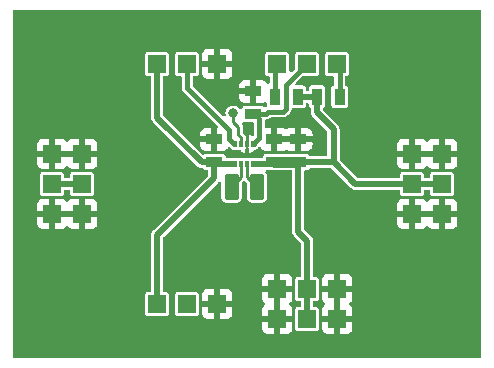
<source format=gbr>
%TF.GenerationSoftware,KiCad,Pcbnew,6.0.11+dfsg-1~bpo11+1*%
%TF.CreationDate,2023-04-13T12:19:45+00:00*%
%TF.ProjectId,STEPBUBODC01A,53544550-4255-4424-9f44-433031412e6b,rev?*%
%TF.SameCoordinates,Original*%
%TF.FileFunction,Copper,L2,Bot*%
%TF.FilePolarity,Positive*%
%FSLAX46Y46*%
G04 Gerber Fmt 4.6, Leading zero omitted, Abs format (unit mm)*
G04 Created by KiCad (PCBNEW 6.0.11+dfsg-1~bpo11+1) date 2023-04-13 12:19:45*
%MOMM*%
%LPD*%
G01*
G04 APERTURE LIST*
G04 Aperture macros list*
%AMRoundRect*
0 Rectangle with rounded corners*
0 $1 Rounding radius*
0 $2 $3 $4 $5 $6 $7 $8 $9 X,Y pos of 4 corners*
0 Add a 4 corners polygon primitive as box body*
4,1,4,$2,$3,$4,$5,$6,$7,$8,$9,$2,$3,0*
0 Add four circle primitives for the rounded corners*
1,1,$1+$1,$2,$3*
1,1,$1+$1,$4,$5*
1,1,$1+$1,$6,$7*
1,1,$1+$1,$8,$9*
0 Add four rect primitives between the rounded corners*
20,1,$1+$1,$2,$3,$4,$5,0*
20,1,$1+$1,$4,$5,$6,$7,0*
20,1,$1+$1,$6,$7,$8,$9,0*
20,1,$1+$1,$8,$9,$2,$3,0*%
G04 Aperture macros list end*
%TA.AperFunction,ComponentPad*%
%ADD10R,1.524000X1.524000*%
%TD*%
%TA.AperFunction,ComponentPad*%
%ADD11C,6.000000*%
%TD*%
%TA.AperFunction,SMDPad,CuDef*%
%ADD12R,0.889000X1.397000*%
%TD*%
%TA.AperFunction,SMDPad,CuDef*%
%ADD13R,1.397000X0.889000*%
%TD*%
%TA.AperFunction,SMDPad,CuDef*%
%ADD14R,0.300000X0.475000*%
%TD*%
%TA.AperFunction,SMDPad,CuDef*%
%ADD15RoundRect,0.250000X-0.375000X-0.850000X0.375000X-0.850000X0.375000X0.850000X-0.375000X0.850000X0*%
%TD*%
%TA.AperFunction,ViaPad*%
%ADD16C,0.800000*%
%TD*%
%TA.AperFunction,Conductor*%
%ADD17C,0.250000*%
%TD*%
%TA.AperFunction,Conductor*%
%ADD18C,0.508000*%
%TD*%
%TA.AperFunction,Conductor*%
%ADD19C,0.889000*%
%TD*%
%TA.AperFunction,Conductor*%
%ADD20C,0.400000*%
%TD*%
%TA.AperFunction,Conductor*%
%ADD21C,0.254000*%
%TD*%
G04 APERTURE END LIST*
D10*
%TO.P,J4,1*%
%TO.N,Net-(J4-Pad1)*%
X149860000Y-76200000D03*
%TO.P,J4,2*%
%TO.N,/FB*%
X147320000Y-76200000D03*
%TO.P,J4,3*%
%TO.N,Net-(J4-Pad3)*%
X144780000Y-76200000D03*
%TD*%
D11*
%TO.P,M4,1*%
%TO.N,GND*%
X157480000Y-96520000D03*
%TD*%
D10*
%TO.P,J2,1*%
%TO.N,GND*%
X125730000Y-83820000D03*
%TO.P,J2,2*%
X128270000Y-83820000D03*
%TO.P,J2,3*%
%TO.N,Net-(F1-Pad1)*%
X125730000Y-86360000D03*
%TO.P,J2,4*%
X128270000Y-86360000D03*
%TO.P,J2,5*%
%TO.N,GND*%
X125730000Y-88900000D03*
%TO.P,J2,6*%
X128270000Y-88900000D03*
%TD*%
%TO.P,J1,1*%
%TO.N,GND*%
X139700000Y-76200000D03*
%TO.P,J1,2*%
%TO.N,/en*%
X137160000Y-76200000D03*
%TO.P,J1,3*%
%TO.N,/V_in*%
X134620000Y-76200000D03*
%TD*%
%TO.P,J3,1*%
%TO.N,GND*%
X139700000Y-96520000D03*
%TO.P,J3,2*%
%TO.N,/mod*%
X137160000Y-96520000D03*
%TO.P,J3,3*%
%TO.N,/V_in*%
X134620000Y-96520000D03*
%TD*%
D11*
%TO.P,M1,1*%
%TO.N,GND*%
X127000000Y-76200000D03*
%TD*%
%TO.P,M2,1*%
%TO.N,GND*%
X127000000Y-96520000D03*
%TD*%
D10*
%TO.P,J5,1*%
%TO.N,GND*%
X149860000Y-95250000D03*
%TO.P,J5,2*%
X149860000Y-97790000D03*
%TO.P,J5,3*%
%TO.N,/V_out*%
X147320000Y-95250000D03*
%TO.P,J5,4*%
X147320000Y-97790000D03*
%TO.P,J5,5*%
%TO.N,GND*%
X144780000Y-95250000D03*
%TO.P,J5,6*%
X144780000Y-97790000D03*
%TD*%
D11*
%TO.P,M3,1*%
%TO.N,GND*%
X157480000Y-76200000D03*
%TD*%
D10*
%TO.P,J6,1*%
%TO.N,GND*%
X156210000Y-83820000D03*
%TO.P,J6,2*%
X158750000Y-83820000D03*
%TO.P,J6,3*%
%TO.N,/V_out*%
X156210000Y-86360000D03*
%TO.P,J6,4*%
X158750000Y-86360000D03*
%TO.P,J6,5*%
%TO.N,GND*%
X156210000Y-88900000D03*
%TO.P,J6,6*%
X158750000Y-88900000D03*
%TD*%
D12*
%TO.P,R2,1*%
%TO.N,/V_out*%
X146494500Y-78994000D03*
%TO.P,R2,2*%
%TO.N,Net-(J4-Pad3)*%
X144589500Y-78994000D03*
%TD*%
D13*
%TO.P,C3,1*%
%TO.N,/V_out*%
X146558000Y-84518500D03*
%TO.P,C3,2*%
%TO.N,GND*%
X146558000Y-82613500D03*
%TD*%
%TO.P,C2,1*%
%TO.N,/V_out*%
X144526000Y-84518500D03*
%TO.P,C2,2*%
%TO.N,GND*%
X144526000Y-82613500D03*
%TD*%
D14*
%TO.P,U1,1,VOUT*%
%TO.N,/V_out*%
X142736000Y-84658000D03*
%TO.P,U1,2,LX2*%
%TO.N,Net-(L1-Pad2)*%
X142236000Y-84658000D03*
%TO.P,U1,3,LX1*%
%TO.N,Net-(L1-Pad1)*%
X141736000Y-84658000D03*
%TO.P,U1,4,VIN*%
%TO.N,/V_in*%
X141236000Y-84658000D03*
%TO.P,U1,5,EN*%
%TO.N,/en*%
X141236000Y-82982000D03*
%TO.P,U1,6,MODE*%
%TO.N,/mod*%
X141736000Y-82982000D03*
%TO.P,U1,7,GND*%
%TO.N,GND*%
X142236000Y-82982000D03*
%TO.P,U1,8,FB*%
%TO.N,/FB*%
X142736000Y-82982000D03*
%TD*%
D12*
%TO.P,R3,1*%
%TO.N,/V_out*%
X148145500Y-78994000D03*
%TO.P,R3,2*%
%TO.N,Net-(J4-Pad1)*%
X150050500Y-78994000D03*
%TD*%
D13*
%TO.P,C1,1*%
%TO.N,/V_in*%
X139446000Y-84518500D03*
%TO.P,C1,2*%
%TO.N,GND*%
X139446000Y-82613500D03*
%TD*%
%TO.P,R1,1*%
%TO.N,/FB*%
X142748000Y-80454500D03*
%TO.P,R1,2*%
%TO.N,GND*%
X142748000Y-78549500D03*
%TD*%
D15*
%TO.P,L1,1,1*%
%TO.N,Net-(L1-Pad1)*%
X140911000Y-86614000D03*
%TO.P,L1,2,2*%
%TO.N,Net-(L1-Pad2)*%
X143061000Y-86614000D03*
%TD*%
D16*
%TO.N,GND*%
X142417800Y-81838800D03*
%TO.N,/mod*%
X141046200Y-80391000D03*
%TD*%
D17*
%TO.N,/V_in*%
X139585500Y-84658000D02*
X139446000Y-84518500D01*
D18*
X139585500Y-84658000D02*
X141132000Y-84658000D01*
X139446000Y-85852000D02*
X139446000Y-84518500D01*
X134620000Y-80772000D02*
X134620000Y-76200000D01*
X138366500Y-84518500D02*
X134620000Y-80772000D01*
X139446000Y-84518500D02*
X138366500Y-84518500D01*
X134620000Y-90678000D02*
X139446000Y-85852000D01*
X134620000Y-96520000D02*
X134620000Y-90678000D01*
D17*
%TO.N,GND*%
X142236000Y-82020600D02*
X142417800Y-81838800D01*
X142236000Y-82982000D02*
X142236000Y-82020600D01*
D18*
%TO.N,/V_out*%
X146558000Y-84518500D02*
X146558000Y-90424000D01*
X146558000Y-90424000D02*
X147320000Y-91186000D01*
X144386500Y-84658000D02*
X143103800Y-84658000D01*
X156210000Y-86360000D02*
X158750000Y-86360000D01*
X143103800Y-84658000D02*
X143103600Y-84658200D01*
X143103600Y-84658200D02*
X143103400Y-84658000D01*
X149542500Y-84518500D02*
X149542500Y-81724500D01*
X147320000Y-91186000D02*
X147320000Y-95250000D01*
X149542500Y-84518500D02*
X151384000Y-86360000D01*
X149542500Y-81724500D02*
X148145500Y-80327500D01*
X148145500Y-78994000D02*
X146494500Y-78994000D01*
D19*
X146558000Y-84518500D02*
X144526000Y-84518500D01*
D18*
X147320000Y-95250000D02*
X147320000Y-97790000D01*
X143103400Y-84658000D02*
X142840000Y-84658000D01*
X151384000Y-86360000D02*
X156210000Y-86360000D01*
X146558000Y-84518500D02*
X149542500Y-84518500D01*
X148145500Y-80327500D02*
X148145500Y-78994000D01*
D20*
%TO.N,/en*%
X140716000Y-82550000D02*
X140716000Y-81788000D01*
X137160000Y-78232000D02*
X137160000Y-76200000D01*
D17*
X141236000Y-82982000D02*
X141148000Y-82982000D01*
D20*
X140716000Y-81788000D02*
X137160000Y-78232000D01*
X141148000Y-82982000D02*
X140716000Y-82550000D01*
D18*
%TO.N,Net-(F1-Pad1)*%
X128270000Y-86360000D02*
X125730000Y-86360000D01*
D21*
%TO.N,/mod*%
X141736000Y-82444500D02*
X141736000Y-82982000D01*
X141046200Y-81093602D02*
X141478000Y-81525402D01*
X141478000Y-81525402D02*
X141478000Y-82186500D01*
X141478000Y-82186500D02*
X141736000Y-82444500D01*
X141046200Y-80391000D02*
X141046200Y-81093602D01*
D17*
%TO.N,Net-(J4-Pad1)*%
X150050500Y-76390500D02*
X149860000Y-76200000D01*
D20*
X150050500Y-78994000D02*
X150050500Y-76390500D01*
%TO.N,/FB*%
X142786000Y-82932000D02*
X142786000Y-82982000D01*
X143256000Y-80962500D02*
X143256000Y-80899000D01*
X143002000Y-82716000D02*
X143013800Y-82716000D01*
X143002000Y-82716000D02*
X142786000Y-82932000D01*
D17*
X142748000Y-80454500D02*
X143002000Y-80708500D01*
D20*
X145542000Y-77978000D02*
X145542000Y-80010000D01*
X145288000Y-80264000D02*
X144018000Y-80264000D01*
X143256000Y-82473800D02*
X143256000Y-80962500D01*
X145542000Y-80010000D02*
X145288000Y-80264000D01*
X144018000Y-80264000D02*
X143827500Y-80454500D01*
X143013800Y-82716000D02*
X143256000Y-82473800D01*
X143827500Y-80454500D02*
X142748000Y-80454500D01*
X147320000Y-76200000D02*
X145542000Y-77978000D01*
D17*
%TO.N,Net-(J4-Pad3)*%
X144589500Y-76390500D02*
X144780000Y-76200000D01*
D20*
X144589500Y-78994000D02*
X144589500Y-76390500D01*
D17*
%TO.N,Net-(L1-Pad1)*%
X140911000Y-86614000D02*
X141736000Y-85789000D01*
X141736000Y-85789000D02*
X141736000Y-84658000D01*
%TO.N,Net-(L1-Pad2)*%
X142236000Y-85789000D02*
X142236000Y-84658000D01*
X143061000Y-86614000D02*
X142236000Y-85789000D01*
%TD*%
%TA.AperFunction,Conductor*%
%TO.N,GND*%
G36*
X161993621Y-71648502D02*
G01*
X162040114Y-71702158D01*
X162051500Y-71754500D01*
X162051500Y-100965500D01*
X162031498Y-101033621D01*
X161977842Y-101080114D01*
X161925500Y-101091500D01*
X122554500Y-101091500D01*
X122486379Y-101071498D01*
X122439886Y-101017842D01*
X122428500Y-100965500D01*
X122428500Y-98596669D01*
X143510001Y-98596669D01*
X143510371Y-98603490D01*
X143515895Y-98654352D01*
X143519521Y-98669604D01*
X143564676Y-98790054D01*
X143573214Y-98805649D01*
X143649715Y-98907724D01*
X143662276Y-98920285D01*
X143764351Y-98996786D01*
X143779946Y-99005324D01*
X143900394Y-99050478D01*
X143915649Y-99054105D01*
X143966514Y-99059631D01*
X143973328Y-99060000D01*
X144507885Y-99060000D01*
X144523124Y-99055525D01*
X144524329Y-99054135D01*
X144526000Y-99046452D01*
X144526000Y-99041884D01*
X145034000Y-99041884D01*
X145038475Y-99057123D01*
X145039865Y-99058328D01*
X145047548Y-99059999D01*
X145586669Y-99059999D01*
X145593490Y-99059629D01*
X145644352Y-99054105D01*
X145659604Y-99050479D01*
X145780054Y-99005324D01*
X145795649Y-98996786D01*
X145897724Y-98920285D01*
X145910285Y-98907724D01*
X145986786Y-98805649D01*
X145995324Y-98790054D01*
X146040478Y-98669606D01*
X146044105Y-98654351D01*
X146049631Y-98603486D01*
X146050000Y-98596672D01*
X146050000Y-98062115D01*
X146045525Y-98046876D01*
X146044135Y-98045671D01*
X146036452Y-98044000D01*
X145052115Y-98044000D01*
X145036876Y-98048475D01*
X145035671Y-98049865D01*
X145034000Y-98057548D01*
X145034000Y-99041884D01*
X144526000Y-99041884D01*
X144526000Y-98062115D01*
X144521525Y-98046876D01*
X144520135Y-98045671D01*
X144512452Y-98044000D01*
X143528116Y-98044000D01*
X143512877Y-98048475D01*
X143511672Y-98049865D01*
X143510001Y-98057548D01*
X143510001Y-98596669D01*
X122428500Y-98596669D01*
X122428500Y-95732933D01*
X133603500Y-95732933D01*
X133603501Y-97307066D01*
X133618266Y-97381301D01*
X133674516Y-97465484D01*
X133758699Y-97521734D01*
X133832933Y-97536500D01*
X134619872Y-97536500D01*
X135407066Y-97536499D01*
X135442818Y-97529388D01*
X135469126Y-97524156D01*
X135469128Y-97524155D01*
X135481301Y-97521734D01*
X135491621Y-97514839D01*
X135491622Y-97514838D01*
X135555168Y-97472377D01*
X135565484Y-97465484D01*
X135621734Y-97381301D01*
X135636500Y-97307067D01*
X135636499Y-95732934D01*
X135636499Y-95732933D01*
X136143500Y-95732933D01*
X136143501Y-97307066D01*
X136158266Y-97381301D01*
X136214516Y-97465484D01*
X136298699Y-97521734D01*
X136372933Y-97536500D01*
X137159872Y-97536500D01*
X137947066Y-97536499D01*
X137982818Y-97529388D01*
X138009126Y-97524156D01*
X138009128Y-97524155D01*
X138021301Y-97521734D01*
X138031621Y-97514839D01*
X138031622Y-97514838D01*
X138095168Y-97472377D01*
X138105484Y-97465484D01*
X138161734Y-97381301D01*
X138172601Y-97326669D01*
X138430001Y-97326669D01*
X138430371Y-97333490D01*
X138435895Y-97384352D01*
X138439521Y-97399604D01*
X138484676Y-97520054D01*
X138493214Y-97535649D01*
X138569715Y-97637724D01*
X138582276Y-97650285D01*
X138684351Y-97726786D01*
X138699946Y-97735324D01*
X138820394Y-97780478D01*
X138835649Y-97784105D01*
X138886514Y-97789631D01*
X138893328Y-97790000D01*
X139427885Y-97790000D01*
X139443124Y-97785525D01*
X139444329Y-97784135D01*
X139446000Y-97776452D01*
X139446000Y-97771884D01*
X139954000Y-97771884D01*
X139958475Y-97787123D01*
X139959865Y-97788328D01*
X139967548Y-97789999D01*
X140506669Y-97789999D01*
X140513490Y-97789629D01*
X140564352Y-97784105D01*
X140579604Y-97780479D01*
X140700054Y-97735324D01*
X140715649Y-97726786D01*
X140817724Y-97650285D01*
X140830285Y-97637724D01*
X140906786Y-97535649D01*
X140915324Y-97520054D01*
X140916137Y-97517885D01*
X143510000Y-97517885D01*
X143514475Y-97533124D01*
X143515865Y-97534329D01*
X143523548Y-97536000D01*
X144507885Y-97536000D01*
X144523124Y-97531525D01*
X144524329Y-97530135D01*
X144526000Y-97522452D01*
X144526000Y-97517885D01*
X145034000Y-97517885D01*
X145038475Y-97533124D01*
X145039865Y-97534329D01*
X145047548Y-97536000D01*
X146031884Y-97536000D01*
X146047123Y-97531525D01*
X146048328Y-97530135D01*
X146049999Y-97522452D01*
X146049999Y-96983331D01*
X146049629Y-96976510D01*
X146044105Y-96925648D01*
X146040479Y-96910396D01*
X145995324Y-96789946D01*
X145986786Y-96774351D01*
X145910285Y-96672276D01*
X145897725Y-96659716D01*
X145845835Y-96620827D01*
X145803319Y-96563968D01*
X145798293Y-96493149D01*
X145832353Y-96430856D01*
X145845835Y-96419173D01*
X145897725Y-96380284D01*
X145910285Y-96367724D01*
X145986786Y-96265649D01*
X145995324Y-96250054D01*
X146040478Y-96129606D01*
X146044105Y-96114351D01*
X146049631Y-96063486D01*
X146050000Y-96056672D01*
X146050000Y-95522115D01*
X146045525Y-95506876D01*
X146044135Y-95505671D01*
X146036452Y-95504000D01*
X145052115Y-95504000D01*
X145036876Y-95508475D01*
X145035671Y-95509865D01*
X145034000Y-95517548D01*
X145034000Y-97517885D01*
X144526000Y-97517885D01*
X144526000Y-95522115D01*
X144521525Y-95506876D01*
X144520135Y-95505671D01*
X144512452Y-95504000D01*
X143528116Y-95504000D01*
X143512877Y-95508475D01*
X143511672Y-95509865D01*
X143510001Y-95517548D01*
X143510001Y-96056669D01*
X143510371Y-96063490D01*
X143515895Y-96114352D01*
X143519521Y-96129604D01*
X143564676Y-96250054D01*
X143573214Y-96265649D01*
X143649715Y-96367724D01*
X143662275Y-96380284D01*
X143714165Y-96419173D01*
X143756681Y-96476032D01*
X143761707Y-96546851D01*
X143727647Y-96609144D01*
X143714165Y-96620827D01*
X143662275Y-96659716D01*
X143649715Y-96672276D01*
X143573214Y-96774351D01*
X143564676Y-96789946D01*
X143519522Y-96910394D01*
X143515895Y-96925649D01*
X143510369Y-96976514D01*
X143510000Y-96983328D01*
X143510000Y-97517885D01*
X140916137Y-97517885D01*
X140960478Y-97399606D01*
X140964105Y-97384351D01*
X140969631Y-97333486D01*
X140970000Y-97326672D01*
X140970000Y-96792115D01*
X140965525Y-96776876D01*
X140964135Y-96775671D01*
X140956452Y-96774000D01*
X139972115Y-96774000D01*
X139956876Y-96778475D01*
X139955671Y-96779865D01*
X139954000Y-96787548D01*
X139954000Y-97771884D01*
X139446000Y-97771884D01*
X139446000Y-96792115D01*
X139441525Y-96776876D01*
X139440135Y-96775671D01*
X139432452Y-96774000D01*
X138448116Y-96774000D01*
X138432877Y-96778475D01*
X138431672Y-96779865D01*
X138430001Y-96787548D01*
X138430001Y-97326669D01*
X138172601Y-97326669D01*
X138176500Y-97307067D01*
X138176499Y-96247885D01*
X138430000Y-96247885D01*
X138434475Y-96263124D01*
X138435865Y-96264329D01*
X138443548Y-96266000D01*
X139427885Y-96266000D01*
X139443124Y-96261525D01*
X139444329Y-96260135D01*
X139446000Y-96252452D01*
X139446000Y-96247885D01*
X139954000Y-96247885D01*
X139958475Y-96263124D01*
X139959865Y-96264329D01*
X139967548Y-96266000D01*
X140951884Y-96266000D01*
X140967123Y-96261525D01*
X140968328Y-96260135D01*
X140969999Y-96252452D01*
X140969999Y-95713331D01*
X140969629Y-95706510D01*
X140964105Y-95655648D01*
X140960479Y-95640396D01*
X140915324Y-95519946D01*
X140906786Y-95504351D01*
X140830285Y-95402276D01*
X140817724Y-95389715D01*
X140715649Y-95313214D01*
X140700054Y-95304676D01*
X140579606Y-95259522D01*
X140564351Y-95255895D01*
X140513486Y-95250369D01*
X140506672Y-95250000D01*
X139972115Y-95250000D01*
X139956876Y-95254475D01*
X139955671Y-95255865D01*
X139954000Y-95263548D01*
X139954000Y-96247885D01*
X139446000Y-96247885D01*
X139446000Y-95268116D01*
X139441525Y-95252877D01*
X139440135Y-95251672D01*
X139432452Y-95250001D01*
X138893331Y-95250001D01*
X138886510Y-95250371D01*
X138835648Y-95255895D01*
X138820396Y-95259521D01*
X138699946Y-95304676D01*
X138684351Y-95313214D01*
X138582276Y-95389715D01*
X138569715Y-95402276D01*
X138493214Y-95504351D01*
X138484676Y-95519946D01*
X138439522Y-95640394D01*
X138435895Y-95655649D01*
X138430369Y-95706514D01*
X138430000Y-95713328D01*
X138430000Y-96247885D01*
X138176499Y-96247885D01*
X138176499Y-95732934D01*
X138161734Y-95658699D01*
X138105484Y-95574516D01*
X138021301Y-95518266D01*
X137947067Y-95503500D01*
X137160128Y-95503500D01*
X136372934Y-95503501D01*
X136337182Y-95510612D01*
X136310874Y-95515844D01*
X136310872Y-95515845D01*
X136298699Y-95518266D01*
X136288379Y-95525161D01*
X136288378Y-95525162D01*
X136227985Y-95565516D01*
X136214516Y-95574516D01*
X136158266Y-95658699D01*
X136143500Y-95732933D01*
X135636499Y-95732933D01*
X135621734Y-95658699D01*
X135565484Y-95574516D01*
X135481301Y-95518266D01*
X135407067Y-95503500D01*
X135254500Y-95503500D01*
X135186379Y-95483498D01*
X135139886Y-95429842D01*
X135128500Y-95377500D01*
X135128500Y-94977885D01*
X143510000Y-94977885D01*
X143514475Y-94993124D01*
X143515865Y-94994329D01*
X143523548Y-94996000D01*
X144507885Y-94996000D01*
X144523124Y-94991525D01*
X144524329Y-94990135D01*
X144526000Y-94982452D01*
X144526000Y-94977885D01*
X145034000Y-94977885D01*
X145038475Y-94993124D01*
X145039865Y-94994329D01*
X145047548Y-94996000D01*
X146031884Y-94996000D01*
X146047123Y-94991525D01*
X146048328Y-94990135D01*
X146049999Y-94982452D01*
X146049999Y-94443331D01*
X146049629Y-94436510D01*
X146044105Y-94385648D01*
X146040479Y-94370396D01*
X145995324Y-94249946D01*
X145986786Y-94234351D01*
X145910285Y-94132276D01*
X145897724Y-94119715D01*
X145795649Y-94043214D01*
X145780054Y-94034676D01*
X145659606Y-93989522D01*
X145644351Y-93985895D01*
X145593486Y-93980369D01*
X145586672Y-93980000D01*
X145052115Y-93980000D01*
X145036876Y-93984475D01*
X145035671Y-93985865D01*
X145034000Y-93993548D01*
X145034000Y-94977885D01*
X144526000Y-94977885D01*
X144526000Y-93998116D01*
X144521525Y-93982877D01*
X144520135Y-93981672D01*
X144512452Y-93980001D01*
X143973331Y-93980001D01*
X143966510Y-93980371D01*
X143915648Y-93985895D01*
X143900396Y-93989521D01*
X143779946Y-94034676D01*
X143764351Y-94043214D01*
X143662276Y-94119715D01*
X143649715Y-94132276D01*
X143573214Y-94234351D01*
X143564676Y-94249946D01*
X143519522Y-94370394D01*
X143515895Y-94385649D01*
X143510369Y-94436514D01*
X143510000Y-94443328D01*
X143510000Y-94977885D01*
X135128500Y-94977885D01*
X135128500Y-90940817D01*
X135148502Y-90872696D01*
X135165405Y-90851722D01*
X139755308Y-86261820D01*
X139764845Y-86254200D01*
X139764531Y-86253831D01*
X139771365Y-86248015D01*
X139778958Y-86243224D01*
X139811059Y-86206876D01*
X139871144Y-86169058D01*
X139942137Y-86169728D01*
X140001499Y-86208673D01*
X140030381Y-86273530D01*
X140031500Y-86290284D01*
X140031500Y-87511756D01*
X140038202Y-87573448D01*
X140088929Y-87708764D01*
X140094309Y-87715943D01*
X140094311Y-87715946D01*
X140134609Y-87769715D01*
X140175596Y-87824404D01*
X140182776Y-87829785D01*
X140284054Y-87905689D01*
X140284057Y-87905691D01*
X140291236Y-87911071D01*
X140380954Y-87944704D01*
X140419157Y-87959026D01*
X140419159Y-87959026D01*
X140426552Y-87961798D01*
X140434402Y-87962651D01*
X140434403Y-87962651D01*
X140484847Y-87968131D01*
X140488244Y-87968500D01*
X141333756Y-87968500D01*
X141337153Y-87968131D01*
X141387597Y-87962651D01*
X141387598Y-87962651D01*
X141395448Y-87961798D01*
X141402841Y-87959026D01*
X141402843Y-87959026D01*
X141441046Y-87944704D01*
X141530764Y-87911071D01*
X141537943Y-87905691D01*
X141537946Y-87905689D01*
X141639224Y-87829785D01*
X141646404Y-87824404D01*
X141687391Y-87769715D01*
X141727689Y-87715946D01*
X141727691Y-87715943D01*
X141733071Y-87708764D01*
X141783798Y-87573448D01*
X141790500Y-87511756D01*
X141790500Y-86323384D01*
X141810502Y-86255263D01*
X141827405Y-86234289D01*
X141896905Y-86164789D01*
X141959217Y-86130763D01*
X142030032Y-86135828D01*
X142075095Y-86164789D01*
X142144595Y-86234289D01*
X142178621Y-86296601D01*
X142181500Y-86323384D01*
X142181500Y-87511756D01*
X142188202Y-87573448D01*
X142238929Y-87708764D01*
X142244309Y-87715943D01*
X142244311Y-87715946D01*
X142284609Y-87769715D01*
X142325596Y-87824404D01*
X142332776Y-87829785D01*
X142434054Y-87905689D01*
X142434057Y-87905691D01*
X142441236Y-87911071D01*
X142530954Y-87944704D01*
X142569157Y-87959026D01*
X142569159Y-87959026D01*
X142576552Y-87961798D01*
X142584402Y-87962651D01*
X142584403Y-87962651D01*
X142634847Y-87968131D01*
X142638244Y-87968500D01*
X143483756Y-87968500D01*
X143487153Y-87968131D01*
X143537597Y-87962651D01*
X143537598Y-87962651D01*
X143545448Y-87961798D01*
X143552841Y-87959026D01*
X143552843Y-87959026D01*
X143591046Y-87944704D01*
X143680764Y-87911071D01*
X143687943Y-87905691D01*
X143687946Y-87905689D01*
X143789224Y-87829785D01*
X143796404Y-87824404D01*
X143837391Y-87769715D01*
X143877689Y-87715946D01*
X143877691Y-87715943D01*
X143883071Y-87708764D01*
X143933798Y-87573448D01*
X143940500Y-87511756D01*
X143940500Y-85716244D01*
X143933798Y-85654552D01*
X143928858Y-85641373D01*
X143916704Y-85608954D01*
X143883071Y-85519236D01*
X143877691Y-85512057D01*
X143877689Y-85512054D01*
X143807997Y-85419065D01*
X143783149Y-85352559D01*
X143798202Y-85283176D01*
X143848376Y-85232946D01*
X143908823Y-85217500D01*
X145923500Y-85217500D01*
X145991621Y-85237502D01*
X146038114Y-85291158D01*
X146049500Y-85343500D01*
X146049500Y-90352928D01*
X146048145Y-90365058D01*
X146048627Y-90365097D01*
X146047907Y-90374044D01*
X146045926Y-90382800D01*
X146046482Y-90391760D01*
X146049258Y-90436508D01*
X146049500Y-90444310D01*
X146049500Y-90460513D01*
X146050136Y-90464953D01*
X146050984Y-90470878D01*
X146052013Y-90480928D01*
X146054362Y-90518785D01*
X146054945Y-90528177D01*
X146057994Y-90536623D01*
X146058593Y-90539514D01*
X146062822Y-90556480D01*
X146063648Y-90559305D01*
X146064920Y-90568187D01*
X146084522Y-90611298D01*
X146088327Y-90620647D01*
X146104404Y-90665181D01*
X146109699Y-90672429D01*
X146111080Y-90675027D01*
X146119915Y-90690145D01*
X146121494Y-90692614D01*
X146125208Y-90700782D01*
X146131064Y-90707578D01*
X146156115Y-90736652D01*
X146162401Y-90744569D01*
X146167548Y-90751615D01*
X146167553Y-90751620D01*
X146170425Y-90755552D01*
X146181400Y-90766527D01*
X146187758Y-90773375D01*
X146200827Y-90788542D01*
X146220287Y-90811127D01*
X146227822Y-90816011D01*
X146234058Y-90821451D01*
X146245929Y-90831056D01*
X146774596Y-91359724D01*
X146808621Y-91422036D01*
X146811500Y-91448819D01*
X146811500Y-94107501D01*
X146791498Y-94175622D01*
X146737842Y-94222115D01*
X146685500Y-94233501D01*
X146532934Y-94233501D01*
X146497182Y-94240612D01*
X146470874Y-94245844D01*
X146470872Y-94245845D01*
X146458699Y-94248266D01*
X146448379Y-94255161D01*
X146448378Y-94255162D01*
X146387985Y-94295516D01*
X146374516Y-94304516D01*
X146318266Y-94388699D01*
X146303500Y-94462933D01*
X146303501Y-96037066D01*
X146318266Y-96111301D01*
X146374516Y-96195484D01*
X146458699Y-96251734D01*
X146532933Y-96266500D01*
X146685500Y-96266500D01*
X146753621Y-96286502D01*
X146800114Y-96340158D01*
X146811500Y-96392500D01*
X146811500Y-96647501D01*
X146791498Y-96715622D01*
X146737842Y-96762115D01*
X146685500Y-96773501D01*
X146532934Y-96773501D01*
X146497182Y-96780612D01*
X146470874Y-96785844D01*
X146470872Y-96785845D01*
X146458699Y-96788266D01*
X146448379Y-96795161D01*
X146448378Y-96795162D01*
X146387985Y-96835516D01*
X146374516Y-96844516D01*
X146318266Y-96928699D01*
X146303500Y-97002933D01*
X146303501Y-98577066D01*
X146318266Y-98651301D01*
X146374516Y-98735484D01*
X146458699Y-98791734D01*
X146532933Y-98806500D01*
X147319872Y-98806500D01*
X148107066Y-98806499D01*
X148142818Y-98799388D01*
X148169126Y-98794156D01*
X148169128Y-98794155D01*
X148181301Y-98791734D01*
X148191621Y-98784839D01*
X148191622Y-98784838D01*
X148255168Y-98742377D01*
X148265484Y-98735484D01*
X148321734Y-98651301D01*
X148332601Y-98596669D01*
X148590001Y-98596669D01*
X148590371Y-98603490D01*
X148595895Y-98654352D01*
X148599521Y-98669604D01*
X148644676Y-98790054D01*
X148653214Y-98805649D01*
X148729715Y-98907724D01*
X148742276Y-98920285D01*
X148844351Y-98996786D01*
X148859946Y-99005324D01*
X148980394Y-99050478D01*
X148995649Y-99054105D01*
X149046514Y-99059631D01*
X149053328Y-99060000D01*
X149587885Y-99060000D01*
X149603124Y-99055525D01*
X149604329Y-99054135D01*
X149606000Y-99046452D01*
X149606000Y-99041884D01*
X150114000Y-99041884D01*
X150118475Y-99057123D01*
X150119865Y-99058328D01*
X150127548Y-99059999D01*
X150666669Y-99059999D01*
X150673490Y-99059629D01*
X150724352Y-99054105D01*
X150739604Y-99050479D01*
X150860054Y-99005324D01*
X150875649Y-98996786D01*
X150977724Y-98920285D01*
X150990285Y-98907724D01*
X151066786Y-98805649D01*
X151075324Y-98790054D01*
X151120478Y-98669606D01*
X151124105Y-98654351D01*
X151129631Y-98603486D01*
X151130000Y-98596672D01*
X151130000Y-98062115D01*
X151125525Y-98046876D01*
X151124135Y-98045671D01*
X151116452Y-98044000D01*
X150132115Y-98044000D01*
X150116876Y-98048475D01*
X150115671Y-98049865D01*
X150114000Y-98057548D01*
X150114000Y-99041884D01*
X149606000Y-99041884D01*
X149606000Y-98062115D01*
X149601525Y-98046876D01*
X149600135Y-98045671D01*
X149592452Y-98044000D01*
X148608116Y-98044000D01*
X148592877Y-98048475D01*
X148591672Y-98049865D01*
X148590001Y-98057548D01*
X148590001Y-98596669D01*
X148332601Y-98596669D01*
X148336500Y-98577067D01*
X148336499Y-97517885D01*
X148590000Y-97517885D01*
X148594475Y-97533124D01*
X148595865Y-97534329D01*
X148603548Y-97536000D01*
X149587885Y-97536000D01*
X149603124Y-97531525D01*
X149604329Y-97530135D01*
X149606000Y-97522452D01*
X149606000Y-97517885D01*
X150114000Y-97517885D01*
X150118475Y-97533124D01*
X150119865Y-97534329D01*
X150127548Y-97536000D01*
X151111884Y-97536000D01*
X151127123Y-97531525D01*
X151128328Y-97530135D01*
X151129999Y-97522452D01*
X151129999Y-96983331D01*
X151129629Y-96976510D01*
X151124105Y-96925648D01*
X151120479Y-96910396D01*
X151075324Y-96789946D01*
X151066786Y-96774351D01*
X150990285Y-96672276D01*
X150977725Y-96659716D01*
X150925835Y-96620827D01*
X150883319Y-96563968D01*
X150878293Y-96493149D01*
X150912353Y-96430856D01*
X150925835Y-96419173D01*
X150977725Y-96380284D01*
X150990285Y-96367724D01*
X151066786Y-96265649D01*
X151075324Y-96250054D01*
X151120478Y-96129606D01*
X151124105Y-96114351D01*
X151129631Y-96063486D01*
X151130000Y-96056672D01*
X151130000Y-95522115D01*
X151125525Y-95506876D01*
X151124135Y-95505671D01*
X151116452Y-95504000D01*
X150132115Y-95504000D01*
X150116876Y-95508475D01*
X150115671Y-95509865D01*
X150114000Y-95517548D01*
X150114000Y-97517885D01*
X149606000Y-97517885D01*
X149606000Y-95522115D01*
X149601525Y-95506876D01*
X149600135Y-95505671D01*
X149592452Y-95504000D01*
X148608116Y-95504000D01*
X148592877Y-95508475D01*
X148591672Y-95509865D01*
X148590001Y-95517548D01*
X148590001Y-96056669D01*
X148590371Y-96063490D01*
X148595895Y-96114352D01*
X148599521Y-96129604D01*
X148644676Y-96250054D01*
X148653214Y-96265649D01*
X148729715Y-96367724D01*
X148742275Y-96380284D01*
X148794165Y-96419173D01*
X148836681Y-96476032D01*
X148841707Y-96546851D01*
X148807647Y-96609144D01*
X148794165Y-96620827D01*
X148742275Y-96659716D01*
X148729715Y-96672276D01*
X148653214Y-96774351D01*
X148644676Y-96789946D01*
X148599522Y-96910394D01*
X148595895Y-96925649D01*
X148590369Y-96976514D01*
X148590000Y-96983328D01*
X148590000Y-97517885D01*
X148336499Y-97517885D01*
X148336499Y-97002934D01*
X148321734Y-96928699D01*
X148265484Y-96844516D01*
X148181301Y-96788266D01*
X148107067Y-96773500D01*
X147954500Y-96773500D01*
X147886379Y-96753498D01*
X147839886Y-96699842D01*
X147828500Y-96647500D01*
X147828500Y-96392499D01*
X147848502Y-96324378D01*
X147902158Y-96277885D01*
X147954500Y-96266499D01*
X148107066Y-96266499D01*
X148142818Y-96259388D01*
X148169126Y-96254156D01*
X148169128Y-96254155D01*
X148181301Y-96251734D01*
X148191621Y-96244839D01*
X148191622Y-96244838D01*
X148255168Y-96202377D01*
X148265484Y-96195484D01*
X148321734Y-96111301D01*
X148336500Y-96037067D01*
X148336499Y-94977885D01*
X148590000Y-94977885D01*
X148594475Y-94993124D01*
X148595865Y-94994329D01*
X148603548Y-94996000D01*
X149587885Y-94996000D01*
X149603124Y-94991525D01*
X149604329Y-94990135D01*
X149606000Y-94982452D01*
X149606000Y-94977885D01*
X150114000Y-94977885D01*
X150118475Y-94993124D01*
X150119865Y-94994329D01*
X150127548Y-94996000D01*
X151111884Y-94996000D01*
X151127123Y-94991525D01*
X151128328Y-94990135D01*
X151129999Y-94982452D01*
X151129999Y-94443331D01*
X151129629Y-94436510D01*
X151124105Y-94385648D01*
X151120479Y-94370396D01*
X151075324Y-94249946D01*
X151066786Y-94234351D01*
X150990285Y-94132276D01*
X150977724Y-94119715D01*
X150875649Y-94043214D01*
X150860054Y-94034676D01*
X150739606Y-93989522D01*
X150724351Y-93985895D01*
X150673486Y-93980369D01*
X150666672Y-93980000D01*
X150132115Y-93980000D01*
X150116876Y-93984475D01*
X150115671Y-93985865D01*
X150114000Y-93993548D01*
X150114000Y-94977885D01*
X149606000Y-94977885D01*
X149606000Y-93998116D01*
X149601525Y-93982877D01*
X149600135Y-93981672D01*
X149592452Y-93980001D01*
X149053331Y-93980001D01*
X149046510Y-93980371D01*
X148995648Y-93985895D01*
X148980396Y-93989521D01*
X148859946Y-94034676D01*
X148844351Y-94043214D01*
X148742276Y-94119715D01*
X148729715Y-94132276D01*
X148653214Y-94234351D01*
X148644676Y-94249946D01*
X148599522Y-94370394D01*
X148595895Y-94385649D01*
X148590369Y-94436514D01*
X148590000Y-94443328D01*
X148590000Y-94977885D01*
X148336499Y-94977885D01*
X148336499Y-94462934D01*
X148321734Y-94388699D01*
X148265484Y-94304516D01*
X148181301Y-94248266D01*
X148107067Y-94233500D01*
X147954500Y-94233500D01*
X147886379Y-94213498D01*
X147839886Y-94159842D01*
X147828500Y-94107500D01*
X147828500Y-91257072D01*
X147829855Y-91244942D01*
X147829373Y-91244903D01*
X147830093Y-91235956D01*
X147832074Y-91227200D01*
X147828742Y-91173492D01*
X147828500Y-91165690D01*
X147828500Y-91149487D01*
X147827016Y-91139122D01*
X147825987Y-91129072D01*
X147823611Y-91090784D01*
X147823055Y-91081823D01*
X147820006Y-91073377D01*
X147819407Y-91070486D01*
X147815178Y-91053520D01*
X147814352Y-91050695D01*
X147813080Y-91041813D01*
X147793478Y-90998702D01*
X147789672Y-90989351D01*
X147776645Y-90953265D01*
X147773596Y-90944819D01*
X147768301Y-90937571D01*
X147766920Y-90934973D01*
X147758085Y-90919855D01*
X147756506Y-90917386D01*
X147752792Y-90909218D01*
X147721884Y-90873347D01*
X147715599Y-90865431D01*
X147710452Y-90858385D01*
X147710447Y-90858380D01*
X147707575Y-90854448D01*
X147696600Y-90843473D01*
X147690242Y-90836625D01*
X147663576Y-90805677D01*
X147663575Y-90805676D01*
X147657713Y-90798873D01*
X147650178Y-90793989D01*
X147643934Y-90788542D01*
X147632069Y-90778942D01*
X147103405Y-90250278D01*
X147069379Y-90187966D01*
X147066500Y-90161183D01*
X147066500Y-89706669D01*
X154940001Y-89706669D01*
X154940371Y-89713490D01*
X154945895Y-89764352D01*
X154949521Y-89779604D01*
X154994676Y-89900054D01*
X155003214Y-89915649D01*
X155079715Y-90017724D01*
X155092276Y-90030285D01*
X155194351Y-90106786D01*
X155209946Y-90115324D01*
X155330394Y-90160478D01*
X155345649Y-90164105D01*
X155396514Y-90169631D01*
X155403328Y-90170000D01*
X155937885Y-90170000D01*
X155953124Y-90165525D01*
X155954329Y-90164135D01*
X155956000Y-90156452D01*
X155956000Y-90151884D01*
X156464000Y-90151884D01*
X156468475Y-90167123D01*
X156469865Y-90168328D01*
X156477548Y-90169999D01*
X157016669Y-90169999D01*
X157023490Y-90169629D01*
X157074352Y-90164105D01*
X157089604Y-90160479D01*
X157210054Y-90115324D01*
X157225649Y-90106786D01*
X157327724Y-90030285D01*
X157340284Y-90017725D01*
X157379173Y-89965835D01*
X157436032Y-89923319D01*
X157506851Y-89918293D01*
X157569144Y-89952353D01*
X157580827Y-89965835D01*
X157619716Y-90017725D01*
X157632276Y-90030285D01*
X157734351Y-90106786D01*
X157749946Y-90115324D01*
X157870394Y-90160478D01*
X157885649Y-90164105D01*
X157936514Y-90169631D01*
X157943328Y-90170000D01*
X158477885Y-90170000D01*
X158493124Y-90165525D01*
X158494329Y-90164135D01*
X158496000Y-90156452D01*
X158496000Y-90151884D01*
X159004000Y-90151884D01*
X159008475Y-90167123D01*
X159009865Y-90168328D01*
X159017548Y-90169999D01*
X159556669Y-90169999D01*
X159563490Y-90169629D01*
X159614352Y-90164105D01*
X159629604Y-90160479D01*
X159750054Y-90115324D01*
X159765649Y-90106786D01*
X159867724Y-90030285D01*
X159880285Y-90017724D01*
X159956786Y-89915649D01*
X159965324Y-89900054D01*
X160010478Y-89779606D01*
X160014105Y-89764351D01*
X160019631Y-89713486D01*
X160020000Y-89706672D01*
X160020000Y-89172115D01*
X160015525Y-89156876D01*
X160014135Y-89155671D01*
X160006452Y-89154000D01*
X159022115Y-89154000D01*
X159006876Y-89158475D01*
X159005671Y-89159865D01*
X159004000Y-89167548D01*
X159004000Y-90151884D01*
X158496000Y-90151884D01*
X158496000Y-89172115D01*
X158491525Y-89156876D01*
X158490135Y-89155671D01*
X158482452Y-89154000D01*
X156482115Y-89154000D01*
X156466876Y-89158475D01*
X156465671Y-89159865D01*
X156464000Y-89167548D01*
X156464000Y-90151884D01*
X155956000Y-90151884D01*
X155956000Y-89172115D01*
X155951525Y-89156876D01*
X155950135Y-89155671D01*
X155942452Y-89154000D01*
X154958116Y-89154000D01*
X154942877Y-89158475D01*
X154941672Y-89159865D01*
X154940001Y-89167548D01*
X154940001Y-89706669D01*
X147066500Y-89706669D01*
X147066500Y-88627885D01*
X154940000Y-88627885D01*
X154944475Y-88643124D01*
X154945865Y-88644329D01*
X154953548Y-88646000D01*
X155937885Y-88646000D01*
X155953124Y-88641525D01*
X155954329Y-88640135D01*
X155956000Y-88632452D01*
X155956000Y-88627885D01*
X156464000Y-88627885D01*
X156468475Y-88643124D01*
X156469865Y-88644329D01*
X156477548Y-88646000D01*
X158477885Y-88646000D01*
X158493124Y-88641525D01*
X158494329Y-88640135D01*
X158496000Y-88632452D01*
X158496000Y-88627885D01*
X159004000Y-88627885D01*
X159008475Y-88643124D01*
X159009865Y-88644329D01*
X159017548Y-88646000D01*
X160001884Y-88646000D01*
X160017123Y-88641525D01*
X160018328Y-88640135D01*
X160019999Y-88632452D01*
X160019999Y-88093331D01*
X160019629Y-88086510D01*
X160014105Y-88035648D01*
X160010479Y-88020396D01*
X159965324Y-87899946D01*
X159956786Y-87884351D01*
X159880285Y-87782276D01*
X159867724Y-87769715D01*
X159765649Y-87693214D01*
X159750054Y-87684676D01*
X159629606Y-87639522D01*
X159614351Y-87635895D01*
X159563486Y-87630369D01*
X159556672Y-87630000D01*
X159022115Y-87630000D01*
X159006876Y-87634475D01*
X159005671Y-87635865D01*
X159004000Y-87643548D01*
X159004000Y-88627885D01*
X158496000Y-88627885D01*
X158496000Y-87648116D01*
X158491525Y-87632877D01*
X158490135Y-87631672D01*
X158482452Y-87630001D01*
X157943331Y-87630001D01*
X157936510Y-87630371D01*
X157885648Y-87635895D01*
X157870396Y-87639521D01*
X157749946Y-87684676D01*
X157734351Y-87693214D01*
X157632276Y-87769715D01*
X157619716Y-87782275D01*
X157580827Y-87834165D01*
X157523968Y-87876681D01*
X157453149Y-87881707D01*
X157390856Y-87847647D01*
X157379173Y-87834165D01*
X157340284Y-87782275D01*
X157327724Y-87769715D01*
X157225649Y-87693214D01*
X157210054Y-87684676D01*
X157089606Y-87639522D01*
X157074351Y-87635895D01*
X157023486Y-87630369D01*
X157016672Y-87630000D01*
X156482115Y-87630000D01*
X156466876Y-87634475D01*
X156465671Y-87635865D01*
X156464000Y-87643548D01*
X156464000Y-88627885D01*
X155956000Y-88627885D01*
X155956000Y-87648116D01*
X155951525Y-87632877D01*
X155950135Y-87631672D01*
X155942452Y-87630001D01*
X155403331Y-87630001D01*
X155396510Y-87630371D01*
X155345648Y-87635895D01*
X155330396Y-87639521D01*
X155209946Y-87684676D01*
X155194351Y-87693214D01*
X155092276Y-87769715D01*
X155079715Y-87782276D01*
X155003214Y-87884351D01*
X154994676Y-87899946D01*
X154949522Y-88020394D01*
X154945895Y-88035649D01*
X154940369Y-88086514D01*
X154940000Y-88093328D01*
X154940000Y-88627885D01*
X147066500Y-88627885D01*
X147066500Y-85343499D01*
X147086502Y-85275378D01*
X147140158Y-85228885D01*
X147192500Y-85217499D01*
X147281566Y-85217499D01*
X147317318Y-85210388D01*
X147343626Y-85205156D01*
X147343628Y-85205155D01*
X147355801Y-85202734D01*
X147366121Y-85195839D01*
X147366122Y-85195838D01*
X147429668Y-85153377D01*
X147439984Y-85146484D01*
X147446878Y-85136167D01*
X147482406Y-85082997D01*
X147536883Y-85037470D01*
X147587170Y-85027000D01*
X149279683Y-85027000D01*
X149347804Y-85047002D01*
X149368778Y-85063905D01*
X150974177Y-86669304D01*
X150981800Y-86678844D01*
X150982168Y-86678530D01*
X150987986Y-86685366D01*
X150992776Y-86692958D01*
X150999504Y-86698900D01*
X151033125Y-86728593D01*
X151038812Y-86733939D01*
X151050255Y-86745382D01*
X151057780Y-86751022D01*
X151058630Y-86751659D01*
X151066459Y-86758033D01*
X151101951Y-86789378D01*
X151110074Y-86793192D01*
X151112562Y-86794826D01*
X151127523Y-86803814D01*
X151130109Y-86805230D01*
X151137295Y-86810616D01*
X151181650Y-86827244D01*
X151190948Y-86831162D01*
X151233800Y-86851281D01*
X151242666Y-86852662D01*
X151245467Y-86853518D01*
X151262404Y-86857962D01*
X151265284Y-86858595D01*
X151273684Y-86861744D01*
X151282629Y-86862409D01*
X151282630Y-86862409D01*
X151320889Y-86865252D01*
X151330937Y-86866406D01*
X151335588Y-86867130D01*
X151344386Y-86868500D01*
X151359923Y-86868500D01*
X151369261Y-86868847D01*
X151409990Y-86871874D01*
X151409991Y-86871874D01*
X151418941Y-86872539D01*
X151427716Y-86870666D01*
X151435973Y-86870103D01*
X151451162Y-86868500D01*
X155067501Y-86868500D01*
X155135622Y-86888502D01*
X155182115Y-86942158D01*
X155193501Y-86994500D01*
X155193501Y-87147066D01*
X155208266Y-87221301D01*
X155264516Y-87305484D01*
X155348699Y-87361734D01*
X155422933Y-87376500D01*
X156209872Y-87376500D01*
X156997066Y-87376499D01*
X157032818Y-87369388D01*
X157059126Y-87364156D01*
X157059128Y-87364155D01*
X157071301Y-87361734D01*
X157081621Y-87354839D01*
X157081622Y-87354838D01*
X157145168Y-87312377D01*
X157155484Y-87305484D01*
X157211734Y-87221301D01*
X157226500Y-87147067D01*
X157226500Y-86994500D01*
X157246502Y-86926379D01*
X157300158Y-86879886D01*
X157352500Y-86868500D01*
X157607501Y-86868500D01*
X157675622Y-86888502D01*
X157722115Y-86942158D01*
X157733501Y-86994500D01*
X157733501Y-87147066D01*
X157748266Y-87221301D01*
X157804516Y-87305484D01*
X157888699Y-87361734D01*
X157962933Y-87376500D01*
X158749872Y-87376500D01*
X159537066Y-87376499D01*
X159572818Y-87369388D01*
X159599126Y-87364156D01*
X159599128Y-87364155D01*
X159611301Y-87361734D01*
X159621621Y-87354839D01*
X159621622Y-87354838D01*
X159685168Y-87312377D01*
X159695484Y-87305484D01*
X159751734Y-87221301D01*
X159766500Y-87147067D01*
X159766499Y-85572934D01*
X159755819Y-85519236D01*
X159754156Y-85510874D01*
X159754155Y-85510872D01*
X159751734Y-85498699D01*
X159695484Y-85414516D01*
X159611301Y-85358266D01*
X159537067Y-85343500D01*
X158750128Y-85343500D01*
X157962934Y-85343501D01*
X157927182Y-85350612D01*
X157900874Y-85355844D01*
X157900872Y-85355845D01*
X157888699Y-85358266D01*
X157878379Y-85365161D01*
X157878378Y-85365162D01*
X157820859Y-85403596D01*
X157804516Y-85414516D01*
X157748266Y-85498699D01*
X157733500Y-85572933D01*
X157733500Y-85725500D01*
X157713498Y-85793621D01*
X157659842Y-85840114D01*
X157607500Y-85851500D01*
X157352499Y-85851500D01*
X157284378Y-85831498D01*
X157237885Y-85777842D01*
X157226499Y-85725500D01*
X157226499Y-85572934D01*
X157215819Y-85519236D01*
X157214156Y-85510874D01*
X157214155Y-85510872D01*
X157211734Y-85498699D01*
X157155484Y-85414516D01*
X157071301Y-85358266D01*
X156997067Y-85343500D01*
X156210128Y-85343500D01*
X155422934Y-85343501D01*
X155387182Y-85350612D01*
X155360874Y-85355844D01*
X155360872Y-85355845D01*
X155348699Y-85358266D01*
X155338379Y-85365161D01*
X155338378Y-85365162D01*
X155280859Y-85403596D01*
X155264516Y-85414516D01*
X155208266Y-85498699D01*
X155193500Y-85572933D01*
X155193500Y-85725500D01*
X155173498Y-85793621D01*
X155119842Y-85840114D01*
X155067500Y-85851500D01*
X151646818Y-85851500D01*
X151578697Y-85831498D01*
X151557723Y-85814595D01*
X150369796Y-84626669D01*
X154940001Y-84626669D01*
X154940371Y-84633490D01*
X154945895Y-84684352D01*
X154949521Y-84699604D01*
X154994676Y-84820054D01*
X155003214Y-84835649D01*
X155079715Y-84937724D01*
X155092276Y-84950285D01*
X155194351Y-85026786D01*
X155209946Y-85035324D01*
X155330394Y-85080478D01*
X155345649Y-85084105D01*
X155396514Y-85089631D01*
X155403328Y-85090000D01*
X155937885Y-85090000D01*
X155953124Y-85085525D01*
X155954329Y-85084135D01*
X155956000Y-85076452D01*
X155956000Y-85071884D01*
X156464000Y-85071884D01*
X156468475Y-85087123D01*
X156469865Y-85088328D01*
X156477548Y-85089999D01*
X157016669Y-85089999D01*
X157023490Y-85089629D01*
X157074352Y-85084105D01*
X157089604Y-85080479D01*
X157210054Y-85035324D01*
X157225649Y-85026786D01*
X157327724Y-84950285D01*
X157340284Y-84937725D01*
X157379173Y-84885835D01*
X157436032Y-84843319D01*
X157506851Y-84838293D01*
X157569144Y-84872353D01*
X157580827Y-84885835D01*
X157619716Y-84937725D01*
X157632276Y-84950285D01*
X157734351Y-85026786D01*
X157749946Y-85035324D01*
X157870394Y-85080478D01*
X157885649Y-85084105D01*
X157936514Y-85089631D01*
X157943328Y-85090000D01*
X158477885Y-85090000D01*
X158493124Y-85085525D01*
X158494329Y-85084135D01*
X158496000Y-85076452D01*
X158496000Y-85071884D01*
X159004000Y-85071884D01*
X159008475Y-85087123D01*
X159009865Y-85088328D01*
X159017548Y-85089999D01*
X159556669Y-85089999D01*
X159563490Y-85089629D01*
X159614352Y-85084105D01*
X159629604Y-85080479D01*
X159750054Y-85035324D01*
X159765649Y-85026786D01*
X159867724Y-84950285D01*
X159880285Y-84937724D01*
X159956786Y-84835649D01*
X159965324Y-84820054D01*
X160010478Y-84699606D01*
X160014105Y-84684351D01*
X160019631Y-84633486D01*
X160020000Y-84626672D01*
X160020000Y-84092115D01*
X160015525Y-84076876D01*
X160014135Y-84075671D01*
X160006452Y-84074000D01*
X159022115Y-84074000D01*
X159006876Y-84078475D01*
X159005671Y-84079865D01*
X159004000Y-84087548D01*
X159004000Y-85071884D01*
X158496000Y-85071884D01*
X158496000Y-84092115D01*
X158491525Y-84076876D01*
X158490135Y-84075671D01*
X158482452Y-84074000D01*
X156482115Y-84074000D01*
X156466876Y-84078475D01*
X156465671Y-84079865D01*
X156464000Y-84087548D01*
X156464000Y-85071884D01*
X155956000Y-85071884D01*
X155956000Y-84092115D01*
X155951525Y-84076876D01*
X155950135Y-84075671D01*
X155942452Y-84074000D01*
X154958116Y-84074000D01*
X154942877Y-84078475D01*
X154941672Y-84079865D01*
X154940001Y-84087548D01*
X154940001Y-84626669D01*
X150369796Y-84626669D01*
X150087905Y-84344778D01*
X150053880Y-84282466D01*
X150051000Y-84255683D01*
X150051000Y-83547885D01*
X154940000Y-83547885D01*
X154944475Y-83563124D01*
X154945865Y-83564329D01*
X154953548Y-83566000D01*
X155937885Y-83566000D01*
X155953124Y-83561525D01*
X155954329Y-83560135D01*
X155956000Y-83552452D01*
X155956000Y-83547885D01*
X156464000Y-83547885D01*
X156468475Y-83563124D01*
X156469865Y-83564329D01*
X156477548Y-83566000D01*
X158477885Y-83566000D01*
X158493124Y-83561525D01*
X158494329Y-83560135D01*
X158496000Y-83552452D01*
X158496000Y-83547885D01*
X159004000Y-83547885D01*
X159008475Y-83563124D01*
X159009865Y-83564329D01*
X159017548Y-83566000D01*
X160001884Y-83566000D01*
X160017123Y-83561525D01*
X160018328Y-83560135D01*
X160019999Y-83552452D01*
X160019999Y-83013331D01*
X160019629Y-83006510D01*
X160014105Y-82955648D01*
X160010479Y-82940396D01*
X159965324Y-82819946D01*
X159956786Y-82804351D01*
X159880285Y-82702276D01*
X159867724Y-82689715D01*
X159765649Y-82613214D01*
X159750054Y-82604676D01*
X159629606Y-82559522D01*
X159614351Y-82555895D01*
X159563486Y-82550369D01*
X159556672Y-82550000D01*
X159022115Y-82550000D01*
X159006876Y-82554475D01*
X159005671Y-82555865D01*
X159004000Y-82563548D01*
X159004000Y-83547885D01*
X158496000Y-83547885D01*
X158496000Y-82568116D01*
X158491525Y-82552877D01*
X158490135Y-82551672D01*
X158482452Y-82550001D01*
X157943331Y-82550001D01*
X157936510Y-82550371D01*
X157885648Y-82555895D01*
X157870396Y-82559521D01*
X157749946Y-82604676D01*
X157734351Y-82613214D01*
X157632276Y-82689715D01*
X157619716Y-82702275D01*
X157580827Y-82754165D01*
X157523968Y-82796681D01*
X157453149Y-82801707D01*
X157390856Y-82767647D01*
X157379173Y-82754165D01*
X157340284Y-82702275D01*
X157327724Y-82689715D01*
X157225649Y-82613214D01*
X157210054Y-82604676D01*
X157089606Y-82559522D01*
X157074351Y-82555895D01*
X157023486Y-82550369D01*
X157016672Y-82550000D01*
X156482115Y-82550000D01*
X156466876Y-82554475D01*
X156465671Y-82555865D01*
X156464000Y-82563548D01*
X156464000Y-83547885D01*
X155956000Y-83547885D01*
X155956000Y-82568116D01*
X155951525Y-82552877D01*
X155950135Y-82551672D01*
X155942452Y-82550001D01*
X155403331Y-82550001D01*
X155396510Y-82550371D01*
X155345648Y-82555895D01*
X155330396Y-82559521D01*
X155209946Y-82604676D01*
X155194351Y-82613214D01*
X155092276Y-82689715D01*
X155079715Y-82702276D01*
X155003214Y-82804351D01*
X154994676Y-82819946D01*
X154949522Y-82940394D01*
X154945895Y-82955649D01*
X154940369Y-83006514D01*
X154940000Y-83013328D01*
X154940000Y-83547885D01*
X150051000Y-83547885D01*
X150051000Y-81795573D01*
X150052355Y-81783444D01*
X150051873Y-81783405D01*
X150052593Y-81774454D01*
X150054574Y-81765700D01*
X150051242Y-81711991D01*
X150051000Y-81704189D01*
X150051000Y-81687987D01*
X150049516Y-81677622D01*
X150048487Y-81667572D01*
X150046111Y-81629281D01*
X150046111Y-81629280D01*
X150045555Y-81620322D01*
X150042507Y-81611881D01*
X150041904Y-81608967D01*
X150037685Y-81592048D01*
X150036853Y-81589202D01*
X150035580Y-81580313D01*
X150015974Y-81537191D01*
X150012166Y-81527835D01*
X150009832Y-81521370D01*
X149996095Y-81483319D01*
X149990800Y-81476071D01*
X149989414Y-81473464D01*
X149980599Y-81458377D01*
X149979006Y-81455886D01*
X149975292Y-81447718D01*
X149944382Y-81411845D01*
X149938104Y-81403938D01*
X149932947Y-81396878D01*
X149932946Y-81396876D01*
X149930075Y-81392947D01*
X149919100Y-81381972D01*
X149912742Y-81375124D01*
X149886076Y-81344176D01*
X149886071Y-81344172D01*
X149880213Y-81337373D01*
X149872681Y-81332491D01*
X149866430Y-81327038D01*
X149854574Y-81317446D01*
X149275366Y-80738238D01*
X148690905Y-80153778D01*
X148656880Y-80091466D01*
X148654000Y-80064683D01*
X148654000Y-80023170D01*
X148674002Y-79955049D01*
X148709997Y-79918406D01*
X148763167Y-79882878D01*
X148763168Y-79882877D01*
X148773484Y-79875984D01*
X148829734Y-79791801D01*
X148844500Y-79717567D01*
X148844499Y-78270434D01*
X148829734Y-78196199D01*
X148773484Y-78112016D01*
X148689301Y-78055766D01*
X148615067Y-78041000D01*
X148145576Y-78041000D01*
X147675934Y-78041001D01*
X147640182Y-78048112D01*
X147613874Y-78053344D01*
X147613872Y-78053345D01*
X147601699Y-78055766D01*
X147591379Y-78062661D01*
X147591378Y-78062662D01*
X147564465Y-78080645D01*
X147517516Y-78112016D01*
X147461266Y-78196199D01*
X147446500Y-78270433D01*
X147446500Y-78359500D01*
X147426498Y-78427621D01*
X147372842Y-78474114D01*
X147320500Y-78485500D01*
X147319499Y-78485500D01*
X147251378Y-78465498D01*
X147204885Y-78411842D01*
X147193499Y-78359500D01*
X147193499Y-78270434D01*
X147178734Y-78196199D01*
X147122484Y-78112016D01*
X147038301Y-78055766D01*
X146964067Y-78041000D01*
X146947277Y-78041000D01*
X146425948Y-78041001D01*
X146357828Y-78020999D01*
X146311335Y-77967344D01*
X146301231Y-77897070D01*
X146330724Y-77832489D01*
X146336854Y-77825906D01*
X146909355Y-77253405D01*
X146971667Y-77219379D01*
X146998450Y-77216500D01*
X147984004Y-77216499D01*
X148107066Y-77216499D01*
X148142818Y-77209388D01*
X148169126Y-77204156D01*
X148169128Y-77204155D01*
X148181301Y-77201734D01*
X148191621Y-77194839D01*
X148191622Y-77194838D01*
X148255168Y-77152377D01*
X148265484Y-77145484D01*
X148321734Y-77061301D01*
X148336500Y-76987067D01*
X148336499Y-75412934D01*
X148336499Y-75412933D01*
X148843500Y-75412933D01*
X148843501Y-76987066D01*
X148858266Y-77061301D01*
X148914516Y-77145484D01*
X148998699Y-77201734D01*
X149072933Y-77216500D01*
X149470000Y-77216500D01*
X149538121Y-77236502D01*
X149584614Y-77290158D01*
X149596000Y-77342500D01*
X149596000Y-77937207D01*
X149575998Y-78005328D01*
X149518438Y-78053431D01*
X149506699Y-78055766D01*
X149422516Y-78112016D01*
X149366266Y-78196199D01*
X149351500Y-78270433D01*
X149351501Y-79717566D01*
X149355180Y-79736062D01*
X149363728Y-79779039D01*
X149366266Y-79791801D01*
X149373161Y-79802120D01*
X149373162Y-79802122D01*
X149389462Y-79826516D01*
X149422516Y-79875984D01*
X149506699Y-79932234D01*
X149580933Y-79947000D01*
X150050424Y-79947000D01*
X150520066Y-79946999D01*
X150559001Y-79939255D01*
X150582126Y-79934656D01*
X150582128Y-79934655D01*
X150594301Y-79932234D01*
X150604621Y-79925339D01*
X150604622Y-79925338D01*
X150668168Y-79882877D01*
X150678484Y-79875984D01*
X150734734Y-79791801D01*
X150749500Y-79717567D01*
X150749499Y-78270434D01*
X150734734Y-78196199D01*
X150678484Y-78112016D01*
X150594301Y-78055766D01*
X150582551Y-78053429D01*
X150527500Y-78009065D01*
X150505000Y-77937206D01*
X150505000Y-77342499D01*
X150525002Y-77274378D01*
X150578658Y-77227885D01*
X150631000Y-77216499D01*
X150647066Y-77216499D01*
X150682818Y-77209388D01*
X150709126Y-77204156D01*
X150709128Y-77204155D01*
X150721301Y-77201734D01*
X150731621Y-77194839D01*
X150731622Y-77194838D01*
X150795168Y-77152377D01*
X150805484Y-77145484D01*
X150861734Y-77061301D01*
X150876500Y-76987067D01*
X150876499Y-75412934D01*
X150861734Y-75338699D01*
X150805484Y-75254516D01*
X150721301Y-75198266D01*
X150647067Y-75183500D01*
X149860128Y-75183500D01*
X149072934Y-75183501D01*
X149037182Y-75190612D01*
X149010874Y-75195844D01*
X149010872Y-75195845D01*
X148998699Y-75198266D01*
X148988379Y-75205161D01*
X148988378Y-75205162D01*
X148927985Y-75245516D01*
X148914516Y-75254516D01*
X148858266Y-75338699D01*
X148843500Y-75412933D01*
X148336499Y-75412933D01*
X148321734Y-75338699D01*
X148265484Y-75254516D01*
X148181301Y-75198266D01*
X148107067Y-75183500D01*
X147320128Y-75183500D01*
X146532934Y-75183501D01*
X146497182Y-75190612D01*
X146470874Y-75195844D01*
X146470872Y-75195845D01*
X146458699Y-75198266D01*
X146448379Y-75205161D01*
X146448378Y-75205162D01*
X146387985Y-75245516D01*
X146374516Y-75254516D01*
X146318266Y-75338699D01*
X146303500Y-75412933D01*
X146303500Y-75419120D01*
X146303501Y-76521549D01*
X146283499Y-76589670D01*
X146266596Y-76610644D01*
X146011595Y-76865645D01*
X145949283Y-76899671D01*
X145878468Y-76894606D01*
X145821632Y-76852059D01*
X145796821Y-76785539D01*
X145796500Y-76776550D01*
X145796499Y-75419123D01*
X145796499Y-75412934D01*
X145781734Y-75338699D01*
X145725484Y-75254516D01*
X145641301Y-75198266D01*
X145567067Y-75183500D01*
X144780128Y-75183500D01*
X143992934Y-75183501D01*
X143957182Y-75190612D01*
X143930874Y-75195844D01*
X143930872Y-75195845D01*
X143918699Y-75198266D01*
X143908379Y-75205161D01*
X143908378Y-75205162D01*
X143847985Y-75245516D01*
X143834516Y-75254516D01*
X143778266Y-75338699D01*
X143763500Y-75412933D01*
X143763501Y-76987066D01*
X143778266Y-77061301D01*
X143834516Y-77145484D01*
X143918699Y-77201734D01*
X143992933Y-77216500D01*
X144009000Y-77216500D01*
X144077121Y-77236502D01*
X144123614Y-77290158D01*
X144135000Y-77342500D01*
X144135000Y-77803981D01*
X144114998Y-77872102D01*
X144061342Y-77918595D01*
X143991068Y-77928699D01*
X143926488Y-77899205D01*
X143898481Y-77864491D01*
X143891290Y-77851356D01*
X143814785Y-77749276D01*
X143802224Y-77736715D01*
X143700149Y-77660214D01*
X143684554Y-77651676D01*
X143564106Y-77606522D01*
X143548851Y-77602895D01*
X143497986Y-77597369D01*
X143491172Y-77597000D01*
X143020115Y-77597000D01*
X143004876Y-77601475D01*
X143003671Y-77602865D01*
X143002000Y-77610548D01*
X143002000Y-79483884D01*
X143006475Y-79499123D01*
X143007865Y-79500328D01*
X143015548Y-79501999D01*
X143491169Y-79501999D01*
X143497990Y-79501629D01*
X143548852Y-79496105D01*
X143564104Y-79492479D01*
X143684556Y-79447323D01*
X143703990Y-79436683D01*
X143773347Y-79421513D01*
X143839896Y-79446248D01*
X143882507Y-79503036D01*
X143890501Y-79547201D01*
X143890501Y-79717566D01*
X143891708Y-79723635D01*
X143892137Y-79727990D01*
X143878908Y-79797743D01*
X143824825Y-79852155D01*
X143816538Y-79856459D01*
X143813025Y-79858214D01*
X143788964Y-79869768D01*
X143718899Y-79881226D01*
X143653761Y-79852985D01*
X143645326Y-79845281D01*
X143636877Y-79836832D01*
X143629984Y-79826516D01*
X143545801Y-79770266D01*
X143471567Y-79755500D01*
X142748117Y-79755500D01*
X142024434Y-79755501D01*
X141988682Y-79762612D01*
X141962374Y-79767844D01*
X141962372Y-79767845D01*
X141950199Y-79770266D01*
X141939879Y-79777161D01*
X141939878Y-79777162D01*
X141917970Y-79791801D01*
X141866016Y-79826516D01*
X141809766Y-79910699D01*
X141800956Y-79954992D01*
X141800815Y-79955700D01*
X141767908Y-80018610D01*
X141706214Y-80053743D01*
X141635319Y-80049943D01*
X141577732Y-80008418D01*
X141573397Y-80002488D01*
X141545057Y-79961253D01*
X141545053Y-79961248D01*
X141540753Y-79954992D01*
X141519261Y-79935843D01*
X141457959Y-79881226D01*
X141422475Y-79849611D01*
X141415089Y-79845700D01*
X141313291Y-79791801D01*
X141282474Y-79775484D01*
X141128833Y-79736892D01*
X141121234Y-79736852D01*
X141121233Y-79736852D01*
X141055381Y-79736507D01*
X140970421Y-79736062D01*
X140963041Y-79737834D01*
X140963039Y-79737834D01*
X140823763Y-79771271D01*
X140823760Y-79771272D01*
X140816384Y-79773043D01*
X140675614Y-79845700D01*
X140556239Y-79949838D01*
X140465150Y-80079444D01*
X140458646Y-80096126D01*
X140411051Y-80218202D01*
X140407606Y-80227037D01*
X140406614Y-80234570D01*
X140406614Y-80234571D01*
X140390164Y-80359526D01*
X140386929Y-80384096D01*
X140401179Y-80513163D01*
X140388773Y-80583067D01*
X140340544Y-80635167D01*
X140271803Y-80652922D01*
X140204376Y-80630694D01*
X140186845Y-80616085D01*
X138609429Y-79038669D01*
X141541501Y-79038669D01*
X141541871Y-79045490D01*
X141547395Y-79096352D01*
X141551021Y-79111604D01*
X141596176Y-79232054D01*
X141604714Y-79247649D01*
X141681215Y-79349724D01*
X141693776Y-79362285D01*
X141795851Y-79438786D01*
X141811446Y-79447324D01*
X141931894Y-79492478D01*
X141947149Y-79496105D01*
X141998014Y-79501631D01*
X142004828Y-79502000D01*
X142475885Y-79502000D01*
X142491124Y-79497525D01*
X142492329Y-79496135D01*
X142494000Y-79488452D01*
X142494000Y-78821615D01*
X142489525Y-78806376D01*
X142488135Y-78805171D01*
X142480452Y-78803500D01*
X141559616Y-78803500D01*
X141544377Y-78807975D01*
X141543172Y-78809365D01*
X141541501Y-78817048D01*
X141541501Y-79038669D01*
X138609429Y-79038669D01*
X137848145Y-78277385D01*
X141541500Y-78277385D01*
X141545975Y-78292624D01*
X141547365Y-78293829D01*
X141555048Y-78295500D01*
X142475885Y-78295500D01*
X142491124Y-78291025D01*
X142492329Y-78289635D01*
X142494000Y-78281952D01*
X142494000Y-77615116D01*
X142489525Y-77599877D01*
X142488135Y-77598672D01*
X142480452Y-77597001D01*
X142004831Y-77597001D01*
X141998010Y-77597371D01*
X141947148Y-77602895D01*
X141931896Y-77606521D01*
X141811446Y-77651676D01*
X141795851Y-77660214D01*
X141693776Y-77736715D01*
X141681215Y-77749276D01*
X141604714Y-77851351D01*
X141596176Y-77866946D01*
X141551022Y-77987394D01*
X141547395Y-78002649D01*
X141541869Y-78053514D01*
X141541500Y-78060328D01*
X141541500Y-78277385D01*
X137848145Y-78277385D01*
X137651405Y-78080645D01*
X137617379Y-78018333D01*
X137614500Y-77991550D01*
X137614500Y-77342499D01*
X137634502Y-77274378D01*
X137688158Y-77227885D01*
X137740500Y-77216499D01*
X137947066Y-77216499D01*
X137982818Y-77209388D01*
X138009126Y-77204156D01*
X138009128Y-77204155D01*
X138021301Y-77201734D01*
X138031621Y-77194839D01*
X138031622Y-77194838D01*
X138095168Y-77152377D01*
X138105484Y-77145484D01*
X138161734Y-77061301D01*
X138172601Y-77006669D01*
X138430001Y-77006669D01*
X138430371Y-77013490D01*
X138435895Y-77064352D01*
X138439521Y-77079604D01*
X138484676Y-77200054D01*
X138493214Y-77215649D01*
X138569715Y-77317724D01*
X138582276Y-77330285D01*
X138684351Y-77406786D01*
X138699946Y-77415324D01*
X138820394Y-77460478D01*
X138835649Y-77464105D01*
X138886514Y-77469631D01*
X138893328Y-77470000D01*
X139427885Y-77470000D01*
X139443124Y-77465525D01*
X139444329Y-77464135D01*
X139446000Y-77456452D01*
X139446000Y-77451884D01*
X139954000Y-77451884D01*
X139958475Y-77467123D01*
X139959865Y-77468328D01*
X139967548Y-77469999D01*
X140506669Y-77469999D01*
X140513490Y-77469629D01*
X140564352Y-77464105D01*
X140579604Y-77460479D01*
X140700054Y-77415324D01*
X140715649Y-77406786D01*
X140817724Y-77330285D01*
X140830285Y-77317724D01*
X140906786Y-77215649D01*
X140915324Y-77200054D01*
X140960478Y-77079606D01*
X140964105Y-77064351D01*
X140969631Y-77013486D01*
X140970000Y-77006672D01*
X140970000Y-76472115D01*
X140965525Y-76456876D01*
X140964135Y-76455671D01*
X140956452Y-76454000D01*
X139972115Y-76454000D01*
X139956876Y-76458475D01*
X139955671Y-76459865D01*
X139954000Y-76467548D01*
X139954000Y-77451884D01*
X139446000Y-77451884D01*
X139446000Y-76472115D01*
X139441525Y-76456876D01*
X139440135Y-76455671D01*
X139432452Y-76454000D01*
X138448116Y-76454000D01*
X138432877Y-76458475D01*
X138431672Y-76459865D01*
X138430001Y-76467548D01*
X138430001Y-77006669D01*
X138172601Y-77006669D01*
X138176500Y-76987067D01*
X138176499Y-75927885D01*
X138430000Y-75927885D01*
X138434475Y-75943124D01*
X138435865Y-75944329D01*
X138443548Y-75946000D01*
X139427885Y-75946000D01*
X139443124Y-75941525D01*
X139444329Y-75940135D01*
X139446000Y-75932452D01*
X139446000Y-75927885D01*
X139954000Y-75927885D01*
X139958475Y-75943124D01*
X139959865Y-75944329D01*
X139967548Y-75946000D01*
X140951884Y-75946000D01*
X140967123Y-75941525D01*
X140968328Y-75940135D01*
X140969999Y-75932452D01*
X140969999Y-75393331D01*
X140969629Y-75386510D01*
X140964105Y-75335648D01*
X140960479Y-75320396D01*
X140915324Y-75199946D01*
X140906786Y-75184351D01*
X140830285Y-75082276D01*
X140817724Y-75069715D01*
X140715649Y-74993214D01*
X140700054Y-74984676D01*
X140579606Y-74939522D01*
X140564351Y-74935895D01*
X140513486Y-74930369D01*
X140506672Y-74930000D01*
X139972115Y-74930000D01*
X139956876Y-74934475D01*
X139955671Y-74935865D01*
X139954000Y-74943548D01*
X139954000Y-75927885D01*
X139446000Y-75927885D01*
X139446000Y-74948116D01*
X139441525Y-74932877D01*
X139440135Y-74931672D01*
X139432452Y-74930001D01*
X138893331Y-74930001D01*
X138886510Y-74930371D01*
X138835648Y-74935895D01*
X138820396Y-74939521D01*
X138699946Y-74984676D01*
X138684351Y-74993214D01*
X138582276Y-75069715D01*
X138569715Y-75082276D01*
X138493214Y-75184351D01*
X138484676Y-75199946D01*
X138439522Y-75320394D01*
X138435895Y-75335649D01*
X138430369Y-75386514D01*
X138430000Y-75393328D01*
X138430000Y-75927885D01*
X138176499Y-75927885D01*
X138176499Y-75412934D01*
X138161734Y-75338699D01*
X138105484Y-75254516D01*
X138021301Y-75198266D01*
X137947067Y-75183500D01*
X137160128Y-75183500D01*
X136372934Y-75183501D01*
X136337182Y-75190612D01*
X136310874Y-75195844D01*
X136310872Y-75195845D01*
X136298699Y-75198266D01*
X136288379Y-75205161D01*
X136288378Y-75205162D01*
X136227985Y-75245516D01*
X136214516Y-75254516D01*
X136158266Y-75338699D01*
X136143500Y-75412933D01*
X136143501Y-76987066D01*
X136158266Y-77061301D01*
X136214516Y-77145484D01*
X136298699Y-77201734D01*
X136372933Y-77216500D01*
X136579500Y-77216500D01*
X136647621Y-77236502D01*
X136694114Y-77290158D01*
X136705500Y-77342500D01*
X136705500Y-78197544D01*
X136704627Y-78212353D01*
X136700593Y-78246438D01*
X136702285Y-78255702D01*
X136702285Y-78255705D01*
X136711229Y-78304680D01*
X136711878Y-78308582D01*
X136719284Y-78357836D01*
X136720685Y-78367151D01*
X136723838Y-78373718D01*
X136725147Y-78380883D01*
X136752462Y-78433467D01*
X136754205Y-78436957D01*
X136779846Y-78490353D01*
X136784741Y-78495648D01*
X136784834Y-78495787D01*
X136788148Y-78502166D01*
X136792494Y-78507254D01*
X136830076Y-78544836D01*
X136833506Y-78548401D01*
X136872617Y-78590712D01*
X136879017Y-78594430D01*
X136885277Y-78600037D01*
X139744298Y-81459058D01*
X139778324Y-81521370D01*
X139773259Y-81592185D01*
X139730712Y-81649021D01*
X139706732Y-81661024D01*
X139701671Y-81666865D01*
X139700000Y-81674548D01*
X139700000Y-83547884D01*
X139704475Y-83563123D01*
X139705865Y-83564328D01*
X139713548Y-83565999D01*
X140189169Y-83565999D01*
X140195990Y-83565629D01*
X140246852Y-83560105D01*
X140262104Y-83556479D01*
X140382554Y-83511324D01*
X140398149Y-83502786D01*
X140500224Y-83426285D01*
X140512785Y-83413724D01*
X140589290Y-83311644D01*
X140595444Y-83300403D01*
X140645702Y-83250258D01*
X140715093Y-83235244D01*
X140781586Y-83260130D01*
X140795058Y-83271818D01*
X140845995Y-83322755D01*
X140861664Y-83341846D01*
X140902516Y-83402984D01*
X140912832Y-83409877D01*
X140912834Y-83409879D01*
X140976379Y-83452338D01*
X140986699Y-83459234D01*
X141060933Y-83474000D01*
X141235971Y-83474000D01*
X141411066Y-83473999D01*
X141461419Y-83463984D01*
X141510579Y-83463984D01*
X141560933Y-83474000D01*
X141578825Y-83474000D01*
X141646946Y-83494002D01*
X141679652Y-83524435D01*
X141717719Y-83575228D01*
X141730276Y-83587785D01*
X141832351Y-83664286D01*
X141847946Y-83672824D01*
X141968394Y-83717978D01*
X141983649Y-83721605D01*
X142034514Y-83727131D01*
X142041328Y-83727500D01*
X142067885Y-83727500D01*
X142083124Y-83723025D01*
X142084329Y-83721635D01*
X142086000Y-83713952D01*
X142086000Y-83416489D01*
X142107236Y-83346486D01*
X142118839Y-83329121D01*
X142118840Y-83329118D01*
X142122283Y-83323966D01*
X142122290Y-83323957D01*
X142125735Y-83318801D01*
X142126196Y-83319109D01*
X142164138Y-83272025D01*
X142231501Y-83249603D01*
X142300293Y-83267161D01*
X142345694Y-83315923D01*
X142346266Y-83318801D01*
X142353160Y-83329118D01*
X142353161Y-83329121D01*
X142364764Y-83346486D01*
X142386000Y-83416489D01*
X142386000Y-83709384D01*
X142390475Y-83724623D01*
X142391865Y-83725828D01*
X142399548Y-83727499D01*
X142430669Y-83727499D01*
X142437490Y-83727129D01*
X142488352Y-83721605D01*
X142503604Y-83717979D01*
X142624054Y-83672824D01*
X142639649Y-83664286D01*
X142741724Y-83587785D01*
X142754282Y-83575227D01*
X142792349Y-83524434D01*
X142849209Y-83481919D01*
X142893176Y-83473999D01*
X142911066Y-83473999D01*
X142946818Y-83466888D01*
X142973126Y-83461656D01*
X142973128Y-83461655D01*
X142985301Y-83459234D01*
X142995621Y-83452339D01*
X142995622Y-83452338D01*
X143059168Y-83409877D01*
X143069484Y-83402984D01*
X143118608Y-83329466D01*
X143118840Y-83329119D01*
X143118841Y-83329118D01*
X143125734Y-83318801D01*
X143128522Y-83304782D01*
X143130433Y-83301130D01*
X143132904Y-83295164D01*
X143133438Y-83295385D01*
X143161430Y-83241874D01*
X143223125Y-83206742D01*
X143294020Y-83210542D01*
X143351606Y-83252068D01*
X143370084Y-83285137D01*
X143374177Y-83296057D01*
X143382714Y-83311649D01*
X143459215Y-83413724D01*
X143471776Y-83426285D01*
X143573851Y-83502786D01*
X143589446Y-83511324D01*
X143709894Y-83556478D01*
X143725149Y-83560105D01*
X143776014Y-83565631D01*
X143782828Y-83566000D01*
X144253885Y-83566000D01*
X144269124Y-83561525D01*
X144270329Y-83560135D01*
X144272000Y-83552452D01*
X144272000Y-83547884D01*
X144780000Y-83547884D01*
X144784475Y-83563123D01*
X144785865Y-83564328D01*
X144793548Y-83565999D01*
X145269169Y-83565999D01*
X145275990Y-83565629D01*
X145326852Y-83560105D01*
X145342104Y-83556479D01*
X145462561Y-83511321D01*
X145481492Y-83500957D01*
X145550849Y-83485788D01*
X145602508Y-83500957D01*
X145621439Y-83511321D01*
X145741894Y-83556478D01*
X145757149Y-83560105D01*
X145808014Y-83565631D01*
X145814828Y-83566000D01*
X146285885Y-83566000D01*
X146301124Y-83561525D01*
X146302329Y-83560135D01*
X146304000Y-83552452D01*
X146304000Y-83547884D01*
X146812000Y-83547884D01*
X146816475Y-83563123D01*
X146817865Y-83564328D01*
X146825548Y-83565999D01*
X147301169Y-83565999D01*
X147307990Y-83565629D01*
X147358852Y-83560105D01*
X147374104Y-83556479D01*
X147494554Y-83511324D01*
X147510149Y-83502786D01*
X147612224Y-83426285D01*
X147624785Y-83413724D01*
X147701286Y-83311649D01*
X147709824Y-83296054D01*
X147754978Y-83175606D01*
X147758605Y-83160351D01*
X147764131Y-83109486D01*
X147764500Y-83102672D01*
X147764500Y-82885615D01*
X147760025Y-82870376D01*
X147758635Y-82869171D01*
X147750952Y-82867500D01*
X146830115Y-82867500D01*
X146814876Y-82871975D01*
X146813671Y-82873365D01*
X146812000Y-82881048D01*
X146812000Y-83547884D01*
X146304000Y-83547884D01*
X146304000Y-82885615D01*
X146299525Y-82870376D01*
X146298135Y-82869171D01*
X146290452Y-82867500D01*
X144798115Y-82867500D01*
X144782876Y-82871975D01*
X144781671Y-82873365D01*
X144780000Y-82881048D01*
X144780000Y-83547884D01*
X144272000Y-83547884D01*
X144272000Y-82341385D01*
X144780000Y-82341385D01*
X144784475Y-82356624D01*
X144785865Y-82357829D01*
X144793548Y-82359500D01*
X146285885Y-82359500D01*
X146301124Y-82355025D01*
X146302329Y-82353635D01*
X146304000Y-82345952D01*
X146304000Y-82341385D01*
X146812000Y-82341385D01*
X146816475Y-82356624D01*
X146817865Y-82357829D01*
X146825548Y-82359500D01*
X147746384Y-82359500D01*
X147761623Y-82355025D01*
X147762828Y-82353635D01*
X147764499Y-82345952D01*
X147764499Y-82124331D01*
X147764129Y-82117510D01*
X147758605Y-82066648D01*
X147754979Y-82051396D01*
X147709824Y-81930946D01*
X147701286Y-81915351D01*
X147624785Y-81813276D01*
X147612224Y-81800715D01*
X147510149Y-81724214D01*
X147494554Y-81715676D01*
X147374106Y-81670522D01*
X147358851Y-81666895D01*
X147307986Y-81661369D01*
X147301172Y-81661000D01*
X146830115Y-81661000D01*
X146814876Y-81665475D01*
X146813671Y-81666865D01*
X146812000Y-81674548D01*
X146812000Y-82341385D01*
X146304000Y-82341385D01*
X146304000Y-81679116D01*
X146299525Y-81663877D01*
X146298135Y-81662672D01*
X146290452Y-81661001D01*
X145814831Y-81661001D01*
X145808010Y-81661371D01*
X145757148Y-81666895D01*
X145741896Y-81670521D01*
X145621439Y-81715679D01*
X145602508Y-81726043D01*
X145533151Y-81741212D01*
X145481492Y-81726043D01*
X145462561Y-81715679D01*
X145342106Y-81670522D01*
X145326851Y-81666895D01*
X145275986Y-81661369D01*
X145269172Y-81661000D01*
X144798115Y-81661000D01*
X144782876Y-81665475D01*
X144781671Y-81666865D01*
X144780000Y-81674548D01*
X144780000Y-82341385D01*
X144272000Y-82341385D01*
X144272000Y-81679116D01*
X144267525Y-81663877D01*
X144266135Y-81662672D01*
X144258452Y-81661001D01*
X143836500Y-81661001D01*
X143768379Y-81640999D01*
X143721886Y-81587343D01*
X143710500Y-81535001D01*
X143710500Y-81038739D01*
X143730502Y-80970618D01*
X143784158Y-80924125D01*
X143832544Y-80912801D01*
X143832583Y-80912800D01*
X143841938Y-80913907D01*
X143851202Y-80912215D01*
X143851206Y-80912215D01*
X143900180Y-80903271D01*
X143904082Y-80902622D01*
X143953336Y-80895216D01*
X143953339Y-80895215D01*
X143962651Y-80893815D01*
X143969218Y-80890662D01*
X143976383Y-80889353D01*
X144028967Y-80862038D01*
X144032457Y-80860295D01*
X144085853Y-80834654D01*
X144091148Y-80829759D01*
X144091287Y-80829666D01*
X144097666Y-80826352D01*
X144102754Y-80822006D01*
X144140336Y-80784424D01*
X144143903Y-80780994D01*
X144175296Y-80751975D01*
X144238896Y-80720423D01*
X144260824Y-80718500D01*
X145253544Y-80718500D01*
X145268354Y-80719373D01*
X145302438Y-80723407D01*
X145311702Y-80721715D01*
X145311705Y-80721715D01*
X145360680Y-80712771D01*
X145364582Y-80712122D01*
X145413836Y-80704716D01*
X145413839Y-80704715D01*
X145423151Y-80703315D01*
X145429718Y-80700162D01*
X145436883Y-80698853D01*
X145489467Y-80671538D01*
X145492957Y-80669795D01*
X145546353Y-80644154D01*
X145551648Y-80639259D01*
X145551787Y-80639166D01*
X145558166Y-80635852D01*
X145563254Y-80631506D01*
X145600836Y-80593924D01*
X145604402Y-80590494D01*
X145639798Y-80557774D01*
X145646712Y-80551383D01*
X145650430Y-80544983D01*
X145656037Y-80538723D01*
X145839011Y-80355749D01*
X145850100Y-80345894D01*
X145857566Y-80340008D01*
X145877059Y-80324641D01*
X145882413Y-80316894D01*
X145882417Y-80316890D01*
X145910728Y-80275928D01*
X145913029Y-80272708D01*
X145942610Y-80232658D01*
X145942611Y-80232656D01*
X145948209Y-80225077D01*
X145950623Y-80218202D01*
X145954764Y-80212211D01*
X145972622Y-80155745D01*
X145973874Y-80151992D01*
X145990371Y-80105013D01*
X145993492Y-80096126D01*
X145993775Y-80088926D01*
X145993809Y-80088752D01*
X145995975Y-80081903D01*
X145996500Y-80075232D01*
X145996500Y-80072763D01*
X145996597Y-80070290D01*
X145997288Y-80070317D01*
X145997624Y-80069172D01*
X145997913Y-80067689D01*
X145998052Y-80067716D01*
X146016502Y-80004879D01*
X146070158Y-79958386D01*
X146122500Y-79947000D01*
X146908047Y-79946999D01*
X146964066Y-79946999D01*
X147003001Y-79939255D01*
X147026126Y-79934656D01*
X147026128Y-79934655D01*
X147038301Y-79932234D01*
X147048621Y-79925339D01*
X147048622Y-79925338D01*
X147112168Y-79882877D01*
X147122484Y-79875984D01*
X147178734Y-79791801D01*
X147193500Y-79717567D01*
X147193500Y-79628500D01*
X147213502Y-79560379D01*
X147267158Y-79513886D01*
X147319500Y-79502500D01*
X147320501Y-79502500D01*
X147388622Y-79522502D01*
X147435115Y-79576158D01*
X147446501Y-79628500D01*
X147446501Y-79717566D01*
X147450180Y-79736062D01*
X147458728Y-79779039D01*
X147461266Y-79791801D01*
X147468161Y-79802120D01*
X147468162Y-79802122D01*
X147484462Y-79826516D01*
X147517516Y-79875984D01*
X147527832Y-79882877D01*
X147527833Y-79882878D01*
X147581003Y-79918406D01*
X147626530Y-79972883D01*
X147637000Y-80023170D01*
X147637000Y-80256428D01*
X147635645Y-80268558D01*
X147636127Y-80268597D01*
X147635407Y-80277544D01*
X147633426Y-80286300D01*
X147633982Y-80295260D01*
X147636758Y-80340008D01*
X147637000Y-80347810D01*
X147637000Y-80364013D01*
X147637636Y-80368453D01*
X147638484Y-80374378D01*
X147639513Y-80384428D01*
X147642445Y-80431677D01*
X147645494Y-80440123D01*
X147646093Y-80443014D01*
X147650322Y-80459980D01*
X147651148Y-80462805D01*
X147652420Y-80471687D01*
X147672022Y-80514798D01*
X147675827Y-80524147D01*
X147691904Y-80568681D01*
X147697199Y-80575929D01*
X147698580Y-80578527D01*
X147707415Y-80593645D01*
X147708994Y-80596114D01*
X147712708Y-80604282D01*
X147735466Y-80630694D01*
X147743615Y-80640152D01*
X147749901Y-80648069D01*
X147755048Y-80655115D01*
X147755053Y-80655120D01*
X147757925Y-80659052D01*
X147768900Y-80670027D01*
X147775258Y-80676875D01*
X147792244Y-80696588D01*
X147807787Y-80714627D01*
X147815322Y-80719511D01*
X147821566Y-80724958D01*
X147833431Y-80734558D01*
X148997095Y-81898222D01*
X149031121Y-81960534D01*
X149034000Y-81987317D01*
X149034000Y-83884000D01*
X149013998Y-83952121D01*
X148960342Y-83998614D01*
X148908000Y-84010000D01*
X147587170Y-84010000D01*
X147519049Y-83989998D01*
X147482406Y-83954003D01*
X147446878Y-83900833D01*
X147446877Y-83900832D01*
X147439984Y-83890516D01*
X147355801Y-83834266D01*
X147281567Y-83819500D01*
X144483574Y-83819500D01*
X144483571Y-83819501D01*
X143802434Y-83819501D01*
X143766682Y-83826612D01*
X143740374Y-83831844D01*
X143740372Y-83831845D01*
X143728199Y-83834266D01*
X143717879Y-83841161D01*
X143717878Y-83841162D01*
X143689680Y-83860004D01*
X143644016Y-83890516D01*
X143587766Y-83974699D01*
X143585345Y-83986871D01*
X143573169Y-84048082D01*
X143540261Y-84110991D01*
X143478566Y-84146123D01*
X143449590Y-84149500D01*
X143174872Y-84149500D01*
X143162742Y-84148145D01*
X143162703Y-84148627D01*
X143153756Y-84147907D01*
X143145000Y-84145926D01*
X143115273Y-84147770D01*
X143098136Y-84147666D01*
X143068459Y-84145461D01*
X143059680Y-84147335D01*
X143051422Y-84147898D01*
X143036239Y-84149500D01*
X142803487Y-84149500D01*
X142698746Y-84164500D01*
X142697154Y-84164728D01*
X142679292Y-84166001D01*
X142560934Y-84166001D01*
X142510581Y-84176016D01*
X142461421Y-84176016D01*
X142417135Y-84167207D01*
X142411067Y-84166000D01*
X142236029Y-84166000D01*
X142060934Y-84166001D01*
X142010581Y-84176016D01*
X141961421Y-84176016D01*
X141917135Y-84167207D01*
X141911067Y-84166000D01*
X141736029Y-84166000D01*
X141560934Y-84166001D01*
X141510581Y-84176016D01*
X141461421Y-84176016D01*
X141417135Y-84167207D01*
X141411067Y-84166000D01*
X141287336Y-84166000D01*
X141267951Y-84164500D01*
X141171614Y-84149500D01*
X140522408Y-84149500D01*
X140454287Y-84129498D01*
X140407794Y-84075842D01*
X140398829Y-84048079D01*
X140386656Y-83986874D01*
X140386655Y-83986871D01*
X140384234Y-83974699D01*
X140327984Y-83890516D01*
X140243801Y-83834266D01*
X140169567Y-83819500D01*
X139446117Y-83819500D01*
X138722434Y-83819501D01*
X138686682Y-83826612D01*
X138660374Y-83831844D01*
X138660372Y-83831845D01*
X138648199Y-83834266D01*
X138637881Y-83841160D01*
X138637877Y-83841162D01*
X138586230Y-83875673D01*
X138518477Y-83896889D01*
X138450010Y-83878107D01*
X138427132Y-83860004D01*
X137669797Y-83102669D01*
X138239501Y-83102669D01*
X138239871Y-83109490D01*
X138245395Y-83160352D01*
X138249021Y-83175604D01*
X138294176Y-83296054D01*
X138302714Y-83311649D01*
X138379215Y-83413724D01*
X138391776Y-83426285D01*
X138493851Y-83502786D01*
X138509446Y-83511324D01*
X138629894Y-83556478D01*
X138645149Y-83560105D01*
X138696014Y-83565631D01*
X138702828Y-83566000D01*
X139173885Y-83566000D01*
X139189124Y-83561525D01*
X139190329Y-83560135D01*
X139192000Y-83552452D01*
X139192000Y-82885615D01*
X139187525Y-82870376D01*
X139186135Y-82869171D01*
X139178452Y-82867500D01*
X138257616Y-82867500D01*
X138242377Y-82871975D01*
X138241172Y-82873365D01*
X138239501Y-82881048D01*
X138239501Y-83102669D01*
X137669797Y-83102669D01*
X136908513Y-82341385D01*
X138239500Y-82341385D01*
X138243975Y-82356624D01*
X138245365Y-82357829D01*
X138253048Y-82359500D01*
X139173885Y-82359500D01*
X139189124Y-82355025D01*
X139190329Y-82353635D01*
X139192000Y-82345952D01*
X139192000Y-81679116D01*
X139187525Y-81663877D01*
X139186135Y-81662672D01*
X139178452Y-81661001D01*
X138702831Y-81661001D01*
X138696010Y-81661371D01*
X138645148Y-81666895D01*
X138629896Y-81670521D01*
X138509446Y-81715676D01*
X138493851Y-81724214D01*
X138391776Y-81800715D01*
X138379215Y-81813276D01*
X138302714Y-81915351D01*
X138294176Y-81930946D01*
X138249022Y-82051394D01*
X138245395Y-82066649D01*
X138239869Y-82117514D01*
X138239500Y-82124328D01*
X138239500Y-82341385D01*
X136908513Y-82341385D01*
X135165405Y-80598278D01*
X135131379Y-80535966D01*
X135128500Y-80509183D01*
X135128500Y-77342499D01*
X135148502Y-77274378D01*
X135202158Y-77227885D01*
X135254500Y-77216499D01*
X135407066Y-77216499D01*
X135442818Y-77209388D01*
X135469126Y-77204156D01*
X135469128Y-77204155D01*
X135481301Y-77201734D01*
X135491621Y-77194839D01*
X135491622Y-77194838D01*
X135555168Y-77152377D01*
X135565484Y-77145484D01*
X135621734Y-77061301D01*
X135636500Y-76987067D01*
X135636499Y-75412934D01*
X135621734Y-75338699D01*
X135565484Y-75254516D01*
X135481301Y-75198266D01*
X135407067Y-75183500D01*
X134620128Y-75183500D01*
X133832934Y-75183501D01*
X133797182Y-75190612D01*
X133770874Y-75195844D01*
X133770872Y-75195845D01*
X133758699Y-75198266D01*
X133748379Y-75205161D01*
X133748378Y-75205162D01*
X133687985Y-75245516D01*
X133674516Y-75254516D01*
X133618266Y-75338699D01*
X133603500Y-75412933D01*
X133603501Y-76987066D01*
X133618266Y-77061301D01*
X133674516Y-77145484D01*
X133758699Y-77201734D01*
X133832933Y-77216500D01*
X133985500Y-77216500D01*
X134053621Y-77236502D01*
X134100114Y-77290158D01*
X134111500Y-77342500D01*
X134111500Y-80700928D01*
X134110145Y-80713058D01*
X134110627Y-80713097D01*
X134109907Y-80722044D01*
X134107926Y-80730800D01*
X134108482Y-80739760D01*
X134111258Y-80784508D01*
X134111500Y-80792310D01*
X134111500Y-80808513D01*
X134112136Y-80812953D01*
X134112984Y-80818878D01*
X134114013Y-80828928D01*
X134115184Y-80847796D01*
X134116945Y-80876177D01*
X134119994Y-80884623D01*
X134120593Y-80887514D01*
X134124822Y-80904480D01*
X134125648Y-80907305D01*
X134126920Y-80916187D01*
X134146522Y-80959298D01*
X134150327Y-80968647D01*
X134166404Y-81013181D01*
X134171699Y-81020429D01*
X134173080Y-81023027D01*
X134181915Y-81038145D01*
X134183494Y-81040614D01*
X134187208Y-81048782D01*
X134210128Y-81075382D01*
X134218115Y-81084652D01*
X134224401Y-81092569D01*
X134229548Y-81099615D01*
X134229553Y-81099620D01*
X134232425Y-81103552D01*
X134243400Y-81114527D01*
X134249758Y-81121375D01*
X134261582Y-81135097D01*
X134282287Y-81159127D01*
X134289822Y-81164011D01*
X134296066Y-81169458D01*
X134307931Y-81179058D01*
X137956677Y-84827804D01*
X137964300Y-84837344D01*
X137964668Y-84837030D01*
X137970486Y-84843866D01*
X137975276Y-84851458D01*
X137982004Y-84857400D01*
X138015625Y-84887093D01*
X138021312Y-84892439D01*
X138032755Y-84903882D01*
X138040280Y-84909522D01*
X138041130Y-84910159D01*
X138048959Y-84916533D01*
X138084451Y-84947878D01*
X138092574Y-84951692D01*
X138095062Y-84953326D01*
X138110023Y-84962314D01*
X138112608Y-84963729D01*
X138119795Y-84969116D01*
X138164142Y-84985741D01*
X138173458Y-84989667D01*
X138216300Y-85009781D01*
X138225169Y-85011162D01*
X138228002Y-85012028D01*
X138244889Y-85016458D01*
X138247774Y-85017092D01*
X138256184Y-85020245D01*
X138285342Y-85022412D01*
X138303406Y-85023754D01*
X138313452Y-85024908D01*
X138322075Y-85026251D01*
X138322078Y-85026251D01*
X138326886Y-85027000D01*
X138342406Y-85027000D01*
X138351743Y-85027346D01*
X138401441Y-85031039D01*
X138409768Y-85029261D01*
X138478867Y-85044535D01*
X138522877Y-85084917D01*
X138557122Y-85136167D01*
X138564016Y-85146484D01*
X138648199Y-85202734D01*
X138722433Y-85217500D01*
X138811500Y-85217500D01*
X138879621Y-85237502D01*
X138926114Y-85291158D01*
X138937500Y-85343500D01*
X138937500Y-85589183D01*
X138917498Y-85657304D01*
X138900595Y-85678278D01*
X134310696Y-90268177D01*
X134301156Y-90275800D01*
X134301470Y-90276168D01*
X134294634Y-90281986D01*
X134287042Y-90286776D01*
X134281100Y-90293504D01*
X134251407Y-90327125D01*
X134246061Y-90332812D01*
X134234618Y-90344255D01*
X134228978Y-90351780D01*
X134228341Y-90352630D01*
X134221967Y-90360459D01*
X134190622Y-90395951D01*
X134186808Y-90404074D01*
X134185174Y-90406562D01*
X134176186Y-90421523D01*
X134174771Y-90424108D01*
X134169384Y-90431295D01*
X134164505Y-90444310D01*
X134152759Y-90475642D01*
X134148833Y-90484958D01*
X134128719Y-90527800D01*
X134127338Y-90536669D01*
X134126472Y-90539502D01*
X134122042Y-90556389D01*
X134121408Y-90559274D01*
X134118255Y-90567684D01*
X134117590Y-90576639D01*
X134114746Y-90614906D01*
X134113592Y-90624952D01*
X134111500Y-90638386D01*
X134111500Y-90653906D01*
X134111154Y-90663243D01*
X134107461Y-90712941D01*
X134109335Y-90721720D01*
X134109898Y-90729978D01*
X134111500Y-90745161D01*
X134111500Y-95377501D01*
X134091498Y-95445622D01*
X134037842Y-95492115D01*
X133985500Y-95503501D01*
X133832934Y-95503501D01*
X133797182Y-95510612D01*
X133770874Y-95515844D01*
X133770872Y-95515845D01*
X133758699Y-95518266D01*
X133748379Y-95525161D01*
X133748378Y-95525162D01*
X133687985Y-95565516D01*
X133674516Y-95574516D01*
X133618266Y-95658699D01*
X133603500Y-95732933D01*
X122428500Y-95732933D01*
X122428500Y-89706669D01*
X124460001Y-89706669D01*
X124460371Y-89713490D01*
X124465895Y-89764352D01*
X124469521Y-89779604D01*
X124514676Y-89900054D01*
X124523214Y-89915649D01*
X124599715Y-90017724D01*
X124612276Y-90030285D01*
X124714351Y-90106786D01*
X124729946Y-90115324D01*
X124850394Y-90160478D01*
X124865649Y-90164105D01*
X124916514Y-90169631D01*
X124923328Y-90170000D01*
X125457885Y-90170000D01*
X125473124Y-90165525D01*
X125474329Y-90164135D01*
X125476000Y-90156452D01*
X125476000Y-90151884D01*
X125984000Y-90151884D01*
X125988475Y-90167123D01*
X125989865Y-90168328D01*
X125997548Y-90169999D01*
X126536669Y-90169999D01*
X126543490Y-90169629D01*
X126594352Y-90164105D01*
X126609604Y-90160479D01*
X126730054Y-90115324D01*
X126745649Y-90106786D01*
X126847724Y-90030285D01*
X126860284Y-90017725D01*
X126899173Y-89965835D01*
X126956032Y-89923319D01*
X127026851Y-89918293D01*
X127089144Y-89952353D01*
X127100827Y-89965835D01*
X127139716Y-90017725D01*
X127152276Y-90030285D01*
X127254351Y-90106786D01*
X127269946Y-90115324D01*
X127390394Y-90160478D01*
X127405649Y-90164105D01*
X127456514Y-90169631D01*
X127463328Y-90170000D01*
X127997885Y-90170000D01*
X128013124Y-90165525D01*
X128014329Y-90164135D01*
X128016000Y-90156452D01*
X128016000Y-90151884D01*
X128524000Y-90151884D01*
X128528475Y-90167123D01*
X128529865Y-90168328D01*
X128537548Y-90169999D01*
X129076669Y-90169999D01*
X129083490Y-90169629D01*
X129134352Y-90164105D01*
X129149604Y-90160479D01*
X129270054Y-90115324D01*
X129285649Y-90106786D01*
X129387724Y-90030285D01*
X129400285Y-90017724D01*
X129476786Y-89915649D01*
X129485324Y-89900054D01*
X129530478Y-89779606D01*
X129534105Y-89764351D01*
X129539631Y-89713486D01*
X129540000Y-89706672D01*
X129540000Y-89172115D01*
X129535525Y-89156876D01*
X129534135Y-89155671D01*
X129526452Y-89154000D01*
X128542115Y-89154000D01*
X128526876Y-89158475D01*
X128525671Y-89159865D01*
X128524000Y-89167548D01*
X128524000Y-90151884D01*
X128016000Y-90151884D01*
X128016000Y-89172115D01*
X128011525Y-89156876D01*
X128010135Y-89155671D01*
X128002452Y-89154000D01*
X126002115Y-89154000D01*
X125986876Y-89158475D01*
X125985671Y-89159865D01*
X125984000Y-89167548D01*
X125984000Y-90151884D01*
X125476000Y-90151884D01*
X125476000Y-89172115D01*
X125471525Y-89156876D01*
X125470135Y-89155671D01*
X125462452Y-89154000D01*
X124478116Y-89154000D01*
X124462877Y-89158475D01*
X124461672Y-89159865D01*
X124460001Y-89167548D01*
X124460001Y-89706669D01*
X122428500Y-89706669D01*
X122428500Y-88627885D01*
X124460000Y-88627885D01*
X124464475Y-88643124D01*
X124465865Y-88644329D01*
X124473548Y-88646000D01*
X125457885Y-88646000D01*
X125473124Y-88641525D01*
X125474329Y-88640135D01*
X125476000Y-88632452D01*
X125476000Y-88627885D01*
X125984000Y-88627885D01*
X125988475Y-88643124D01*
X125989865Y-88644329D01*
X125997548Y-88646000D01*
X127997885Y-88646000D01*
X128013124Y-88641525D01*
X128014329Y-88640135D01*
X128016000Y-88632452D01*
X128016000Y-88627885D01*
X128524000Y-88627885D01*
X128528475Y-88643124D01*
X128529865Y-88644329D01*
X128537548Y-88646000D01*
X129521884Y-88646000D01*
X129537123Y-88641525D01*
X129538328Y-88640135D01*
X129539999Y-88632452D01*
X129539999Y-88093331D01*
X129539629Y-88086510D01*
X129534105Y-88035648D01*
X129530479Y-88020396D01*
X129485324Y-87899946D01*
X129476786Y-87884351D01*
X129400285Y-87782276D01*
X129387724Y-87769715D01*
X129285649Y-87693214D01*
X129270054Y-87684676D01*
X129149606Y-87639522D01*
X129134351Y-87635895D01*
X129083486Y-87630369D01*
X129076672Y-87630000D01*
X128542115Y-87630000D01*
X128526876Y-87634475D01*
X128525671Y-87635865D01*
X128524000Y-87643548D01*
X128524000Y-88627885D01*
X128016000Y-88627885D01*
X128016000Y-87648116D01*
X128011525Y-87632877D01*
X128010135Y-87631672D01*
X128002452Y-87630001D01*
X127463331Y-87630001D01*
X127456510Y-87630371D01*
X127405648Y-87635895D01*
X127390396Y-87639521D01*
X127269946Y-87684676D01*
X127254351Y-87693214D01*
X127152276Y-87769715D01*
X127139716Y-87782275D01*
X127100827Y-87834165D01*
X127043968Y-87876681D01*
X126973149Y-87881707D01*
X126910856Y-87847647D01*
X126899173Y-87834165D01*
X126860284Y-87782275D01*
X126847724Y-87769715D01*
X126745649Y-87693214D01*
X126730054Y-87684676D01*
X126609606Y-87639522D01*
X126594351Y-87635895D01*
X126543486Y-87630369D01*
X126536672Y-87630000D01*
X126002115Y-87630000D01*
X125986876Y-87634475D01*
X125985671Y-87635865D01*
X125984000Y-87643548D01*
X125984000Y-88627885D01*
X125476000Y-88627885D01*
X125476000Y-87648116D01*
X125471525Y-87632877D01*
X125470135Y-87631672D01*
X125462452Y-87630001D01*
X124923331Y-87630001D01*
X124916510Y-87630371D01*
X124865648Y-87635895D01*
X124850396Y-87639521D01*
X124729946Y-87684676D01*
X124714351Y-87693214D01*
X124612276Y-87769715D01*
X124599715Y-87782276D01*
X124523214Y-87884351D01*
X124514676Y-87899946D01*
X124469522Y-88020394D01*
X124465895Y-88035649D01*
X124460369Y-88086514D01*
X124460000Y-88093328D01*
X124460000Y-88627885D01*
X122428500Y-88627885D01*
X122428500Y-85572933D01*
X124713500Y-85572933D01*
X124713501Y-87147066D01*
X124728266Y-87221301D01*
X124784516Y-87305484D01*
X124868699Y-87361734D01*
X124942933Y-87376500D01*
X125729872Y-87376500D01*
X126517066Y-87376499D01*
X126552818Y-87369388D01*
X126579126Y-87364156D01*
X126579128Y-87364155D01*
X126591301Y-87361734D01*
X126601621Y-87354839D01*
X126601622Y-87354838D01*
X126665168Y-87312377D01*
X126675484Y-87305484D01*
X126731734Y-87221301D01*
X126746500Y-87147067D01*
X126746500Y-86994500D01*
X126766502Y-86926379D01*
X126820158Y-86879886D01*
X126872500Y-86868500D01*
X127127501Y-86868500D01*
X127195622Y-86888502D01*
X127242115Y-86942158D01*
X127253501Y-86994500D01*
X127253501Y-87147066D01*
X127268266Y-87221301D01*
X127324516Y-87305484D01*
X127408699Y-87361734D01*
X127482933Y-87376500D01*
X128269872Y-87376500D01*
X129057066Y-87376499D01*
X129092818Y-87369388D01*
X129119126Y-87364156D01*
X129119128Y-87364155D01*
X129131301Y-87361734D01*
X129141621Y-87354839D01*
X129141622Y-87354838D01*
X129205168Y-87312377D01*
X129215484Y-87305484D01*
X129271734Y-87221301D01*
X129286500Y-87147067D01*
X129286499Y-85572934D01*
X129275819Y-85519236D01*
X129274156Y-85510874D01*
X129274155Y-85510872D01*
X129271734Y-85498699D01*
X129215484Y-85414516D01*
X129131301Y-85358266D01*
X129057067Y-85343500D01*
X128270128Y-85343500D01*
X127482934Y-85343501D01*
X127447182Y-85350612D01*
X127420874Y-85355844D01*
X127420872Y-85355845D01*
X127408699Y-85358266D01*
X127398379Y-85365161D01*
X127398378Y-85365162D01*
X127340859Y-85403596D01*
X127324516Y-85414516D01*
X127268266Y-85498699D01*
X127253500Y-85572933D01*
X127253500Y-85725500D01*
X127233498Y-85793621D01*
X127179842Y-85840114D01*
X127127500Y-85851500D01*
X126872499Y-85851500D01*
X126804378Y-85831498D01*
X126757885Y-85777842D01*
X126746499Y-85725500D01*
X126746499Y-85572934D01*
X126735819Y-85519236D01*
X126734156Y-85510874D01*
X126734155Y-85510872D01*
X126731734Y-85498699D01*
X126675484Y-85414516D01*
X126591301Y-85358266D01*
X126517067Y-85343500D01*
X125730128Y-85343500D01*
X124942934Y-85343501D01*
X124907182Y-85350612D01*
X124880874Y-85355844D01*
X124880872Y-85355845D01*
X124868699Y-85358266D01*
X124858379Y-85365161D01*
X124858378Y-85365162D01*
X124800859Y-85403596D01*
X124784516Y-85414516D01*
X124728266Y-85498699D01*
X124713500Y-85572933D01*
X122428500Y-85572933D01*
X122428500Y-84626669D01*
X124460001Y-84626669D01*
X124460371Y-84633490D01*
X124465895Y-84684352D01*
X124469521Y-84699604D01*
X124514676Y-84820054D01*
X124523214Y-84835649D01*
X124599715Y-84937724D01*
X124612276Y-84950285D01*
X124714351Y-85026786D01*
X124729946Y-85035324D01*
X124850394Y-85080478D01*
X124865649Y-85084105D01*
X124916514Y-85089631D01*
X124923328Y-85090000D01*
X125457885Y-85090000D01*
X125473124Y-85085525D01*
X125474329Y-85084135D01*
X125476000Y-85076452D01*
X125476000Y-85071884D01*
X125984000Y-85071884D01*
X125988475Y-85087123D01*
X125989865Y-85088328D01*
X125997548Y-85089999D01*
X126536669Y-85089999D01*
X126543490Y-85089629D01*
X126594352Y-85084105D01*
X126609604Y-85080479D01*
X126730054Y-85035324D01*
X126745649Y-85026786D01*
X126847724Y-84950285D01*
X126860284Y-84937725D01*
X126899173Y-84885835D01*
X126956032Y-84843319D01*
X127026851Y-84838293D01*
X127089144Y-84872353D01*
X127100827Y-84885835D01*
X127139716Y-84937725D01*
X127152276Y-84950285D01*
X127254351Y-85026786D01*
X127269946Y-85035324D01*
X127390394Y-85080478D01*
X127405649Y-85084105D01*
X127456514Y-85089631D01*
X127463328Y-85090000D01*
X127997885Y-85090000D01*
X128013124Y-85085525D01*
X128014329Y-85084135D01*
X128016000Y-85076452D01*
X128016000Y-85071884D01*
X128524000Y-85071884D01*
X128528475Y-85087123D01*
X128529865Y-85088328D01*
X128537548Y-85089999D01*
X129076669Y-85089999D01*
X129083490Y-85089629D01*
X129134352Y-85084105D01*
X129149604Y-85080479D01*
X129270054Y-85035324D01*
X129285649Y-85026786D01*
X129387724Y-84950285D01*
X129400285Y-84937724D01*
X129476786Y-84835649D01*
X129485324Y-84820054D01*
X129530478Y-84699606D01*
X129534105Y-84684351D01*
X129539631Y-84633486D01*
X129540000Y-84626672D01*
X129540000Y-84092115D01*
X129535525Y-84076876D01*
X129534135Y-84075671D01*
X129526452Y-84074000D01*
X128542115Y-84074000D01*
X128526876Y-84078475D01*
X128525671Y-84079865D01*
X128524000Y-84087548D01*
X128524000Y-85071884D01*
X128016000Y-85071884D01*
X128016000Y-84092115D01*
X128011525Y-84076876D01*
X128010135Y-84075671D01*
X128002452Y-84074000D01*
X126002115Y-84074000D01*
X125986876Y-84078475D01*
X125985671Y-84079865D01*
X125984000Y-84087548D01*
X125984000Y-85071884D01*
X125476000Y-85071884D01*
X125476000Y-84092115D01*
X125471525Y-84076876D01*
X125470135Y-84075671D01*
X125462452Y-84074000D01*
X124478116Y-84074000D01*
X124462877Y-84078475D01*
X124461672Y-84079865D01*
X124460001Y-84087548D01*
X124460001Y-84626669D01*
X122428500Y-84626669D01*
X122428500Y-83547885D01*
X124460000Y-83547885D01*
X124464475Y-83563124D01*
X124465865Y-83564329D01*
X124473548Y-83566000D01*
X125457885Y-83566000D01*
X125473124Y-83561525D01*
X125474329Y-83560135D01*
X125476000Y-83552452D01*
X125476000Y-83547885D01*
X125984000Y-83547885D01*
X125988475Y-83563124D01*
X125989865Y-83564329D01*
X125997548Y-83566000D01*
X127997885Y-83566000D01*
X128013124Y-83561525D01*
X128014329Y-83560135D01*
X128016000Y-83552452D01*
X128016000Y-83547885D01*
X128524000Y-83547885D01*
X128528475Y-83563124D01*
X128529865Y-83564329D01*
X128537548Y-83566000D01*
X129521884Y-83566000D01*
X129537123Y-83561525D01*
X129538328Y-83560135D01*
X129539999Y-83552452D01*
X129539999Y-83013331D01*
X129539629Y-83006510D01*
X129534105Y-82955648D01*
X129530479Y-82940396D01*
X129485324Y-82819946D01*
X129476786Y-82804351D01*
X129400285Y-82702276D01*
X129387724Y-82689715D01*
X129285649Y-82613214D01*
X129270054Y-82604676D01*
X129149606Y-82559522D01*
X129134351Y-82555895D01*
X129083486Y-82550369D01*
X129076672Y-82550000D01*
X128542115Y-82550000D01*
X128526876Y-82554475D01*
X128525671Y-82555865D01*
X128524000Y-82563548D01*
X128524000Y-83547885D01*
X128016000Y-83547885D01*
X128016000Y-82568116D01*
X128011525Y-82552877D01*
X128010135Y-82551672D01*
X128002452Y-82550001D01*
X127463331Y-82550001D01*
X127456510Y-82550371D01*
X127405648Y-82555895D01*
X127390396Y-82559521D01*
X127269946Y-82604676D01*
X127254351Y-82613214D01*
X127152276Y-82689715D01*
X127139716Y-82702275D01*
X127100827Y-82754165D01*
X127043968Y-82796681D01*
X126973149Y-82801707D01*
X126910856Y-82767647D01*
X126899173Y-82754165D01*
X126860284Y-82702275D01*
X126847724Y-82689715D01*
X126745649Y-82613214D01*
X126730054Y-82604676D01*
X126609606Y-82559522D01*
X126594351Y-82555895D01*
X126543486Y-82550369D01*
X126536672Y-82550000D01*
X126002115Y-82550000D01*
X125986876Y-82554475D01*
X125985671Y-82555865D01*
X125984000Y-82563548D01*
X125984000Y-83547885D01*
X125476000Y-83547885D01*
X125476000Y-82568116D01*
X125471525Y-82552877D01*
X125470135Y-82551672D01*
X125462452Y-82550001D01*
X124923331Y-82550001D01*
X124916510Y-82550371D01*
X124865648Y-82555895D01*
X124850396Y-82559521D01*
X124729946Y-82604676D01*
X124714351Y-82613214D01*
X124612276Y-82689715D01*
X124599715Y-82702276D01*
X124523214Y-82804351D01*
X124514676Y-82819946D01*
X124469522Y-82940394D01*
X124465895Y-82955649D01*
X124460369Y-83006514D01*
X124460000Y-83013328D01*
X124460000Y-83547885D01*
X122428500Y-83547885D01*
X122428500Y-71754500D01*
X122448502Y-71686379D01*
X122502158Y-71639886D01*
X122554500Y-71628500D01*
X161925500Y-71628500D01*
X161993621Y-71648502D01*
G37*
%TD.AperFunction*%
%TA.AperFunction,Conductor*%
G36*
X141950199Y-81138734D02*
G01*
X142024433Y-81153500D01*
X142060804Y-81153500D01*
X142675501Y-81153499D01*
X142743621Y-81173501D01*
X142790114Y-81227157D01*
X142801500Y-81279499D01*
X142801500Y-82175899D01*
X142781498Y-82244020D01*
X142727842Y-82290513D01*
X142657568Y-82300617D01*
X142631270Y-82293881D01*
X142503606Y-82246022D01*
X142488351Y-82242395D01*
X142437486Y-82236869D01*
X142430672Y-82236500D01*
X142404115Y-82236500D01*
X142388876Y-82240975D01*
X142387671Y-82242365D01*
X142386000Y-82250048D01*
X142386000Y-82547511D01*
X142364764Y-82617515D01*
X142348264Y-82642208D01*
X142293786Y-82687735D01*
X142223343Y-82696581D01*
X142159299Y-82665939D01*
X142121989Y-82605537D01*
X142117500Y-82572204D01*
X142117500Y-82498635D01*
X142120086Y-82474336D01*
X142120154Y-82472898D01*
X142122345Y-82462720D01*
X142118373Y-82429158D01*
X142118021Y-82423180D01*
X142117928Y-82423188D01*
X142117500Y-82418010D01*
X142117500Y-82412808D01*
X142114312Y-82393654D01*
X142113477Y-82387789D01*
X142108642Y-82346933D01*
X142108642Y-82346932D01*
X142107418Y-82336593D01*
X142103433Y-82328294D01*
X142101922Y-82319217D01*
X142096975Y-82310049D01*
X142093603Y-82300201D01*
X142096445Y-82299228D01*
X142086000Y-82257885D01*
X142086000Y-82254616D01*
X142081525Y-82239377D01*
X142055830Y-82217112D01*
X142055975Y-82216945D01*
X142042881Y-82209795D01*
X142041612Y-82207443D01*
X142001806Y-82170647D01*
X141998239Y-82167217D01*
X141896404Y-82065381D01*
X141862379Y-82003069D01*
X141859500Y-81976286D01*
X141859500Y-81579538D01*
X141862085Y-81555249D01*
X141862153Y-81553802D01*
X141864345Y-81543622D01*
X141860373Y-81510062D01*
X141860020Y-81504081D01*
X141859928Y-81504089D01*
X141859500Y-81498910D01*
X141859500Y-81493710D01*
X141858647Y-81488583D01*
X141858646Y-81488575D01*
X141856312Y-81474553D01*
X141855475Y-81468677D01*
X141850641Y-81427833D01*
X141850640Y-81427831D01*
X141849417Y-81417494D01*
X141845433Y-81409197D01*
X141843922Y-81400119D01*
X141838978Y-81390957D01*
X141838977Y-81390953D01*
X141819447Y-81354758D01*
X141816752Y-81349469D01*
X141810337Y-81336111D01*
X141798374Y-81311196D01*
X141786917Y-81241132D01*
X141815159Y-81175995D01*
X141874133Y-81136466D01*
X141944766Y-81135104D01*
X141950199Y-81138734D01*
G37*
%TD.AperFunction*%
%TD*%
M02*

</source>
